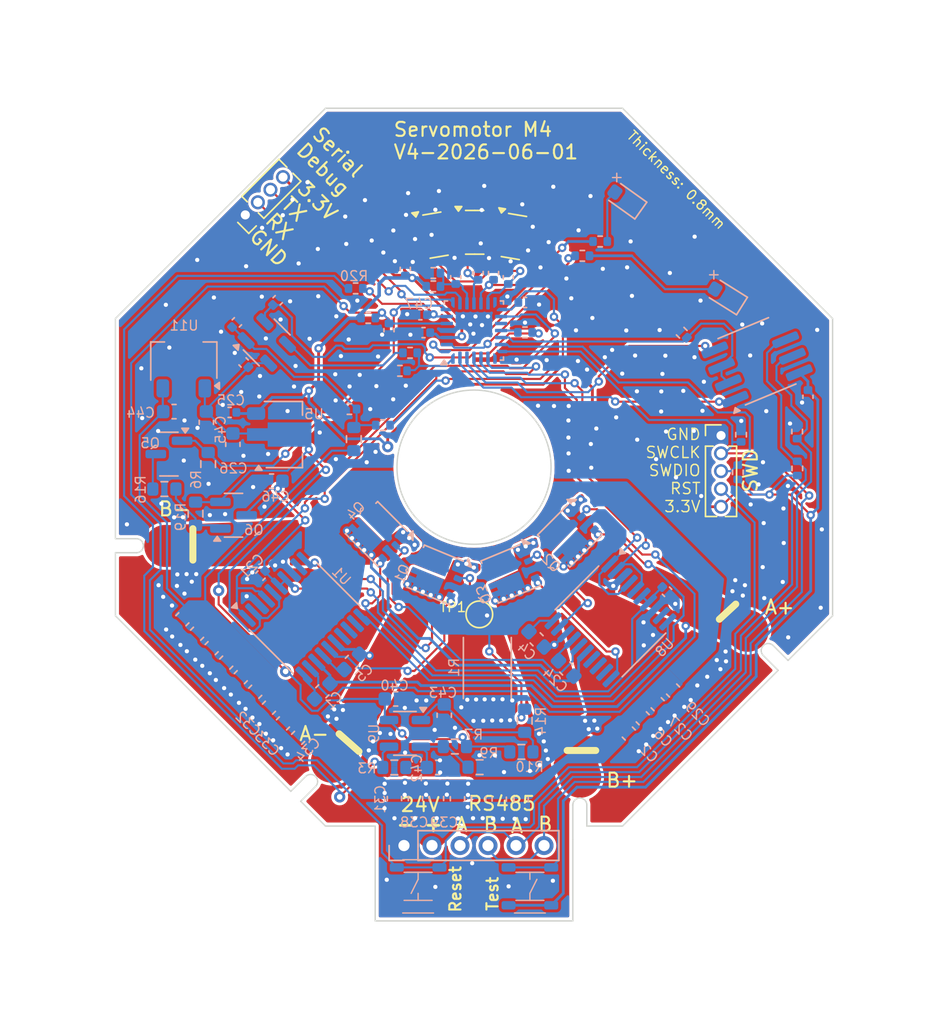
<source format=kicad_pcb>
(kicad_pcb (version 20240108) (generator "pcbnew") (generator_version "8.0")
  (title_block (title "Servomotor M4") (date "2024-09-23") (rev "V4"))
  (layers (0 "F.Cu" signal) (31 "B.Cu" signal) (34 "B.Paste" user) (35 "F.Paste" user) (36 "B.SilkS" user "B.Silkscreen") (37 "F.SilkS" user "F.Silkscreen") (38 "B.Mask" user) (39 "F.Mask" user) (44 "Edge.Cuts" user))
  (net 0 "")
  (net 1 "GND")
  (net 2 "/index/schTop/RS485_B")
  (net 3 "+24V")
  (net 4 "/index/schTop/RS485_A")
  (net 5 "+3.3V")
  (net 6 "/index/schTop/HALL1")
  (net 7 "/index/schTop/HALL2")
  (net 8 "/index/schTop/HALL3")
  (net 9 "/index/schTop/TEMPERATURE")
  (net 10 "/index/schTop/UART2 RX")
  (net 11 "/index/schTop/UART2 TX")
  (net 12 "/index/schTop/SWCLK")
  (net 13 "/index/schTop/SWDIO")
  (net 14 "/index/schTop/LED_GREEN")
  (net 15 "/index/schTop/LED_RED")
  (net 16 "/index/schTop/RS485_EN")
  (net 17 "/index/schTop/RS485_D")
  (net 18 "/index/schTop/RS485_R")
  (net 19 "unconnected-(D1-A-Pad2)")
  (net 20 "unconnected-(D2-A-Pad2)")
  (net 21 "Net-(U3--)")
  (net 22 "Net-(R8-Pad2)")
  (net 23 "Net-(U3-+)")
  (net 24 "/index/schTop/MEASURE_24V")
  (net 25 "/index/schTop/OVERVOLTAGE")
  (net 26 "Net-(U1-VB1)")
  (net 27 "/index/schTop/A+")
  (net 28 "/index/schTop/~{MCU_RESET}")
  (net 29 "/index/schTop/DRIVER_VCC")
  (net 30 "/index/schTop/B+")
  (net 31 "Net-(U8-VB1)")
  (net 32 "Net-(U1-VB2)")
  (net 33 "/index/schTop/A-")
  (net 34 "+10V")
  (net 35 "/index/schTop/B-")
  (net 36 "Net-(U8-VB2)")
  (net 37 "Net-(U9--)")
  (net 38 "Net-(U9-+)")
  (net 39 "/index/schTop/I_SENSE")
  (net 40 "Net-(Q1A-G1)")
  (net 41 "Net-(Q1B-G2)")
  (net 42 "Net-(Q2B-G2)")
  (net 43 "Net-(Q2A-G1)")
  (net 44 "Net-(Q3B-G2)")
  (net 45 "Net-(Q3A-G1)")
  (net 46 "Net-(Q4A-G1)")
  (net 47 "Net-(Q4B-G2)")
  (net 48 "/index/schTop/MOSFET_ENABLE")
  (net 49 "Net-(Q5-C)")
  (net 50 "Net-(Q6-B)")
  (net 51 "/index/schTop/I_AMPLIFIED")
  (net 52 "/index/schTop/TIM1_CH4")
  (net 55 "/index/schTop/TIM1_CH2")
  (net 56 "/index/schTop/TIM1_CH1")
  (net 59 "/index/schTop/TIM3_CH2")
  (net 63 "/index/schTop/TIM3_CH1")
  (net 68 "Net-(U2-PA0)")
  (footprint "servo_motor:Pad_3mm_TopOnly" (layer "F.Cu") (at 139.4 114.26)
    (property "Reference" "J5" (hide yes))
    (property "Value" "Conn_01x01_Socket")
  )
  (footprint "servo_motor:Pad_3mm_TopOnly" (layer "F.Cu") (at 169.08 104.92)
    (property "Reference" "J8" (hide yes))
    (property "Value" "Conn_01x01_Socket" (hide yes))
  )
  (footprint "Package_TO_SOT_SMD:SOT-23" (layer "F.Cu") (at 149.6 76.5)
    (property "Reference" "U7" (hide yes))
    (property "Value" "AH49HSC")
  )
  (footprint "Package_TO_SOT_SMD:SOT-23" (layer "F.Cu") (at 146.8 76.7 9.6)
    (property "Reference" "U4" (hide yes))
    (property "Value" "AH49HSC")
  )
  (footprint "servo_motor:Pad_3mm_TopOnly" (layer "F.Cu") (at 157.13 115.33)
    (property "Reference" "J3" (hide yes))
    (property "Value" "Conn_01x01_Socket" (hide yes))
  )
  (footprint "Connector_PinHeader_1.27mm:PinHeader_1x05_P1.27mm_Vertical" (layer "F.Cu") (at 167.185001 90.995)
    (property "Reference" "J2" (hide yes))
    (property "Value" "01x05 male P=1.27mm")
  )
  (footprint "Connector_PinHeader_1.27mm:PinHeader_1x04_P1.27mm_Vertical" (layer "F.Cu") (at 133.221974 75.258026 135)
    (property "Reference" "J1" (hide yes))
    (property "Value" "01x04 male P=1.27mm")
  )
  (footprint "TestPoint:TestPoint_Pad_D1.5mm" (layer "F.Cu") (at 149.93 103.75)
    (property "Reference" "TP1")
    (property "Value" "TestPoint")
  )
  (footprint "servo_motor:Pad_3mm_TopOnly" (layer "F.Cu") (at 127.51 98.87)
    (property "Reference" "J6" (hide yes))
    (property "Value" "Conn_01x01_Socket" (hide yes))
  )
  (footprint "Package_TO_SOT_SMD:SOT-23" (layer "F.Cu") (at 152.4 76.8 -9.6)
    (property "Reference" "U6" (hide yes))
    (property "Value" "AH49HSC")
  )
  (footprint "Package_DFN_QFN:QFN-28_4x4mm_P0.5mm" (layer "B.Cu") (at 149.545 83.505)
    (property "Reference" "U2" (hide yes))
    (property "Value" "STM32G031G8Ux")
  )
  (footprint "servo_motor:TS3735PA-250gf" (layer "B.Cu") (at 145.56 123.15 -90)
    (property "Reference" "SW2" (hide yes))
    (property "Value" "TS3735PA-250gf")
  )
  (footprint "Capacitor_SMD:C_0603_1608Metric" (layer "B.Cu") (at 128.1375 89.289999)
    (property "Reference" "C44")
    (property "Value" "100nF")
  )
  (footprint "Capacitor_SMD:C_0603_1608Metric" (layer "B.Cu") (at 133.93 109.27 -135)
    (property "Reference" "C7" (hide yes))
    (property "Value" "10uF")
  )
  (footprint "Capacitor_SMD:C_0603_1608Metric" (layer "B.Cu") (at 160.6 112.25 -45)
    (property "Reference" "C2")
    (property "Value" "10uF")
  )
  (footprint "Package_TO_SOT_SMD:SOT-23" (layer "B.Cu") (at 132.38 96.68)
    (property "Reference" "Q6")
    (property "Value" "SS8550 Y2")
  )
  (footprint "Capacitor_SMD:C_0603_1608Metric" (layer "B.Cu") (at 161.595576 111.161558 -45)
    (property "Reference" "C6")
    (property "Value" "10uF")
  )
  (footprint "Capacitor_SMD:C_0603_1608Metric" (layer "B.Cu") (at 132.9 108.23 -135)
    (property "Reference" "C14" (hide yes))
    (property "Value" "10uF")
  )
  (footprint "Package_TO_SOT_SMD:SOT-23-5" (layer "B.Cu") (at 144.62 112.2375 180)
    (property "Reference" "U9")
    (property "Value" "LM321")
  )
  (footprint "Resistor_SMD:R_0402_1005Metric" (layer "B.Cu") (at 146.645 80.355 180)
    (property "Reference" "R29" (hide yes))
    (property "Value" "4.7k")
  )
  (footprint "Capacitor_SMD:C_0603_1608Metric" (layer "B.Cu") (at 151.35 116.93 -90)
    (property "Reference" "C16" (hide yes))
    (property "Value" "10uF")
  )
  (footprint "Package_TO_SOT_SMD:SOT-89-3" (layer "B.Cu") (at 128.832499 85.68 90)
    (property "Reference" "U11")
    (property "Value" "L78L10_SOT89")
  )
  (footprint "Resistor_SMD:R_0402_1005Metric" (layer "B.Cu") (at 168.615001 90.935001 -90)
    (property "Reference" "R4" (hide yes))
    (property "Value" "10k")
  )
  (footprint "Resistor_SMD:R_0603_1608Metric" (layer "B.Cu") (at 143.86 114.67 180)
    (property "Reference" "R3")
    (property "Value" "33K")
  )
  (footprint "Capacitor_SMD:C_0603_1608Metric" (layer "B.Cu") (at 143.96 109.78)
    (property "Reference" "C40")
    (property "Value" "1uF")
  )
  (footprint "Capacitor_SMD:C_0603_1608Metric" (layer "B.Cu") (at 130.4425 90.055 -90)
    (property "Reference" "C45")
    (property "Value" "1uF")
  )
  (footprint "Capacitor_SMD:C_0402_1005Metric" (layer "B.Cu") (at 134.3 100.99 -135)
    (property "Reference" "C21")
    (property "Value" "100nF")
  )
  (footprint "Resistor_SMD:R_0603_1608Metric" (layer "B.Cu") (at 149.95 114.65 180)
    (property "Reference" "R9")
    (property "Value" "10K")
  )
  (footprint "Resistor_SMD:R_0402_1005Metric" (layer "B.Cu") (at 144.26 86.38)
    (property "Reference" "R23" (hide yes))
    (property "Value" "10k")
  )
  (footprint "Package_SON:Diodes_PowerDI3333-8_UXC_3.3x3.3mm_P0.65mm" (layer "B.Cu") (at 142.67 98 135)
    (property "Reference" "Q4")
    (property "Value" "AGM412MAP")
  )
  (footprint "Capacitor_SMD:C_0603_1608Metric" (layer "B.Cu") (at 138.72 109.24 45)
    (property "Reference" "C1")
    (property "Value" "10uF")
  )
  (footprint "Resistor_SMD:R_0402_1005Metric" (layer "B.Cu") (at 144.985 85.095 180)
    (property "Reference" "R8" (hide yes))
    (property "Value" "1.5k")
  )
  (footprint "Capacitor_SMD:C_0603_1608Metric" (layer "B.Cu") (at 163.76 109.18 -45)
    (property "Reference" "C29")
    (property "Value" "10uF")
  )
  (footprint "Capacitor_SMD:C_0603_1608Metric" (layer "B.Cu") (at 135.1 94.25 180)
    (property "Reference" "C46")
    (property "Value" "4.7uF")
  )
  (footprint "Resistor_SMD:R_0402_1005Metric" (layer "B.Cu") (at 157.285 78.175)
    (property "Reference" "R11" (hide yes))
    (property "Value" "470R")
  )
  (footprint "Capacitor_SMD:C_0402_1005Metric" (layer "B.Cu") (at 132.62 82.92 45)
    (property "Reference" "C30" (hide yes))
    (property "Value" "100pF")
  )
  (footprint "Resistor_SMD:R_0603_1608Metric" (layer "B.Cu") (at 127.444999 94.81)
    (property "Reference" "R16")
    (property "Value" "10K")
  )
  (footprint "Resistor_SMD:R_0402_1005Metric" (layer "B.Cu") (at 168.385001 93.615001 -90)
    (property "Reference" "R5" (hide yes))
    (property "Value" "10k")
  )
  (footprint "Capacitor_SMD:C_0402_1005Metric" (layer "B.Cu") (at 173.39 88.23 90)
    (property "Reference" "C35" (hide yes))
    (property "Value" "100nF" (hide yes))
  )
  (footprint "Capacitor_SMD:C_0603_1608Metric" (layer "B.Cu") (at 140.83 107.14 45)
    (property "Reference" "C5")
    (property "Value" "10uF")
  )
  (footprint "Resistor_SMD:R_0603_1608Metric" (layer "B.Cu") (at 130.57 93.03 90)
    (property "Reference" "R6")
    (property "Value" "10K")
  )
  (footprint "Capacitor_SMD:C_0603_1608Metric" (layer "B.Cu") (at 146.96 114.6675)
    (property "Reference" "C42")
    (property "Value" "NC")
  )
  (footprint "Capacitor_SMD:C_0402_1005Metric" (layer "B.Cu") (at 133.1 85.78 135)
    (property "Reference" "C22" (hide yes))
    (property "Value" "1uF")
  )
  (footprint "Package_TO_SOT_SMD:SOT-23-5" (layer "B.Cu") (at 134.755 84.355 -45)
    (property "Reference" "U3" (hide yes))
    (property "Value" "LM321")
  )
  (footprint "Capacitor_SMD:C_0603_1608Metric" (layer "B.Cu") (at 143.87 116.885 -90)
    (property "Reference" "C31")
    (property "Value" "10uF")
  )
  (footprint "Capacitor_SMD:C_0603_1608Metric" (layer "B.Cu") (at 156.13 107.61 -45)
    (property "Reference" "C24")
    (property "Value" "10uF")
  )
  (footprint "LED_SMD:LED_0603_1608Metric" (layer "B.Cu") (at 167.42 80.97 148)
    (property "Reference" "D2" (hide yes))
    (property "Value" "MHT192UGCT")
  )
  (footprint "Resistor_SMD:R_0402_1005Metric" (layer "B.Cu") (at 141.1 80.5)
    (property "Reference" "R20")
    (property "Value" "4.7K")
  )
  (footprint "Resistor_SMD:R_0603_1608Metric" (layer "B.Cu") (at 152.93 113.56 180)
    (property "Reference" "R10")
    (property "Value" "300K")
  )
  (footprint "Resistor_SMD:R_0402_1005Metric" (layer "B.Cu") (at 172.62 90.71 -90)
    (property "Reference" "R2" (hide yes))
    (property "Value" "10k")
  )
  (footprint "Resistor_SMD:R_0402_1005Metric" (layer "B.Cu") (at 141.995 82.605 180)
    (property "Reference" "R15" (hide yes))
    (property "Value" "10k")
  )
  (footprint "Capacitor_SMD:C_0402_1005Metric" (layer "B.Cu") (at 135.535 81.345 45)
    (property "Reference" "C28" (hide yes))
    (property "Value" "100nF" (hide yes))
  )
  (footprint "Capacitor_SMD:C_0402_1005Metric" (layer "B.Cu") (at 148.245 79.705 90)
    (property "Reference" "C41" (hide yes))
    (property "Value" "100nF" (hide yes))
  )
  (footprint "Capacitor_SMD:C_0402_1005Metric" (layer "B.Cu") (at 132.10375 89.345 180)
    (property "Reference" "C25")
    (property "Value" "4.7uF")
  )
  (footprint "Resistor_SMD:R_0603_1608Metric" (layer "B.Cu") (at 153.17 111.34 -90)
    (property "Reference" "R14")
    (property "Value" "10K")
  )
  (footprint "Package_SO:SOIC-8_3.9x4.9mm_P1.27mm" (layer "B.Cu") (at 169.75 85.7 22.5)
    (property "Reference" "U10" (hide yes))
    (property "Value" "SP3485EN")
  )
  (footprint "Connector_PinSocket_2.00mm:PinSocket_1x06_P2.00mm_Vertical" (layer "B.Cu") (at 144.55 120.24 -90)
    (property "Reference" "J4" (hide yes))
    (property "Value" "Conn_01x06_Socket")
  )
  (footprint "servo_motor:TS3735PA-250gf" (layer "B.Cu") (at 153.54 123.15 90)
    (property "Reference" "SW1" (hide yes))
    (property "Value" "TS3735PA-250gf")
  )
  (footprint "Resistor_SMD:R_0603_1608Metric" (layer "B.Cu") (at 140.97 91.25 90)
    (property "Reference" "R27" (hide yes))
    (property "Value" "18k")
  )
  (footprint "Capacitor_SMD:C_0603_1608Metric" (layer "B.Cu") (at 152.91 116.97 -90)
    (property "Reference" "C12" (hide yes))
    (property "Value" "10uF")
  )
  (footprint "Resistor_SMD:R_0402_1005Metric" (layer "B.Cu") (at 164.38 83.66 -45)
    (property "Reference" "R13" (hide yes))
    (property "Value" "10k")
  )
  (footprint "Resistor_SMD:R_0402_1005Metric" (layer "B.Cu") (at 143.045 90.255 180)
    (property "Reference" "R24" (hide yes))
    (property "Value" "10k")
  )
  (footprint "Capacitor_SMD:C_0402_1005Metric" (layer "B.Cu") (at 149.845 79.405 90)
    (property "Reference" "C17" (hide yes))
    (property "Value" "1nF")
  )
  (footprint "Package_SO:TSSOP-20_4.4x6.5mm_P0.65mm" (layer "B.Cu") (at 159.29 104.249268 -135)
    (property "Reference" "U8")
    (property "Value" "U5315")
  )
  (footprint "Capacitor_SMD:C_0402_1005Metric" (layer "B.Cu") (at 144.645 79.105 90)
    (property "Reference" "C9" (hide yes))
    (property "Value" "1uF")
  )
  (footprint "Resistor_SMD:R_2512_6332Metric" (layer "B.Cu") (at 150.5 107.58 90)
    (property "Reference" "R1")
    (property "Value" "10m")
  )
  (footprint "Resistor_SMD:R_0402_1005Metric" (layer "B.Cu") (at 158.555 77.155)
    (property "Reference" "R12" (hide yes))
    (property "Value" "1.5k")
  )
  (footprint "Resistor_SMD:R_0603_1608Metric" (layer "B.Cu") (at 148.185 113.1775)
    (property "Reference" "R7")
    (property "Value" "680K")
  )
  (footprint "Resistor_SMD:R_0603_1608Metric" (layer "B.Cu") (at 129.67 96.57 90)
    (property "Reference" "R19")
    (property "Value" "10K")
  )
  (footprint "Capacitor_SMD:C_0603_1608Metric" (layer "B.Cu") (at 146.87 116.885 -90)
    (property "Reference" "C39")
    (property "Value" "10uF")
  )
  (footprint "Capacitor_SMD:C_0402_1005Metric" (layer "B.Cu") (at 145.72 82.38 180)
    (property "Reference" "C47")
    (property "Value" "100pF")
  )
  (footprint "Package_SON:Diodes_PowerDI3333-8_UXC_3.3x3.3mm_P0.65mm" (layer "B.Cu") (at 152.17 100.82 -157.5)
    (property "Reference" "Q3")
    (property "Value" "AGM412MAP")
  )
  (footprint "Capacitor_SMD:C_0603_1608Metric" (layer "B.Cu") (at 134.911992 110.408008 -135)
    (property "Reference" "C32")
    (property "Value" "10uF")
  )
  (footprint "Capacitor_SMD:C_0603_1608Metric" (layer "B.Cu") (at 132.333751 91.624999 -90)
    (property "Reference" "C26")
    (property "Value" "10uF")
  )
  (footprint "Resistor_SMD:R_0402_1005Metric" (layer "B.Cu") (at 140.655 89.105 180)
    (property "Reference" "R26" (hide yes))
    (property "Value" "1.5k")
  )
  (footprint "Package_SO:TSSOP-20_4.4x6.5mm_P0.65mm" (layer "B.Cu") (at 137.45 103.99 -45)
    (property "Reference" "U1")
    (property "Value" "U5315")
  )
  (footprint "Capacitor_SMD:C_0603_1608Metric" (layer "B.Cu") (at 162.66 110.16 -45)
    (property "Reference" "C27")
    (property "Value" "10uF")
  )
  (footprint "Package_TO_SOT_SMD:SOT-23" (layer "B.Cu") (at 127.77 92.3175 180)
    (property "Reference" "Q5")
    (property "Value" "MMBT3904")
  )
  (footprint "Capacitor_SMD:C_0402_1005Metric" (layer "B.Cu") (at 153.195 81.505)
    (property "Reference" "C36" (hide yes))
    (property "Value" "100nF" (hide yes))
  )
  (footprint "Capacitor_SMD:C_0603_1608Metric" (layer "B.Cu") (at 130.82 106.16 -135)
    (property "Reference" "C15" (hide yes))
    (property "Value" "10uF")
  )
  (footprint "Resistor_SMD:R_0402_1005Metric" (layer "B.Cu") (at 146.645 79.405 180)
    (property "Reference" "TH1" (hide yes))
    (property "Value" "100k 1% NTC")
  )
  (footprint "Capacitor_SMD:C_0603_1608Metric" (layer "B.Cu") (at 147.425 110.9475 -90)
    (property "Reference" "C43")
    (property "Value" "100pF")
  )
  (footprint "Capacitor_SMD:C_0603_1608Metric" (layer "B.Cu") (at 148.37 116.9 -90)
    (property "Reference" "C8" (hide yes))
    (property "Value" "10uF")
  )
  (footprint "Capacitor_SMD:C_0603_1608Metric" (layer "B.Cu") (at 154.02 105.53 -45)
    (property "Reference" "C4")
    (property "Value" "10uF")
  )
  (footprint "Capacitor_SMD:C_0603_1608Metric" (layer "B.Cu") (at 149.87 116.9 -90)
    (property "Reference" "C13" (hide yes))
    (property "Value" "10uF")
  )
  (footprint "Capacitor_SMD:C_0603_1608Metric" (layer "B.Cu") (at 136.991992 112.558008 -135)
    (property "Reference" "C34")
    (property "Value" "10uF")
  )
  (footprint "Capacitor_SMD:C_0402_1005Metric" (layer "B.Cu") (at 163.33 102.14 -45)
    (property "Reference" "C3" (hide yes))
    (property "Value" "100nF" (hide yes))
  )
  (footprint "Capacitor_SMD:C_0402_1005Metric" (layer "B.Cu") (at 150.945 79.405 90)
    (property "Reference" "C20" (hide yes))
    (property "Value" "1nF" (hide yes))
  )
  (footprint "Capacitor_SMD:C_0402_1005Metric" (layer "B.Cu") (at 145.945 83.655 180)
    (property "Reference" "C37" (hide yes))
    (property "Value" "100nF" (hide yes))
  )
  (footprint "Package_SON:Diodes_PowerDI3333-8_UXC_3.3x3.3mm_P0.65mm" (layer "B.Cu") (at 156.39 98.08 -135)
    (property "Reference" "Q2")
    (property "Value" "AGM412MAP")
  )
  (footprint "Capacitor_SMD:C_0603_1608Metric" (layer "B.Cu") (at 129.78 105.13 -135)
    (property "Reference" "C10" (hide yes))
    (property "Value" "10uF")
  )
  (footprint "Capacitor_SMD:C_0603_1608Metric" (layer "B.Cu") (at 135.911992 111.528008 -135)
    (property "Reference" "C33")
    (property "Value" "10uF")
  )
  (footprint "Capacitor_SMD:C_0603_1608Metric" (layer "B.Cu") (at 128.73 104.1 -135)
    (property "Reference" "C11" (hide yes))
    (property "Value" "10uF")
  )
  (footprint "LED_SMD:LED_0603_1608Metric" (layer "B.Cu") (at 160.25 74.09 144.5)
    (property "Reference" "D1" (hide yes))
    (property "Value" "KT-0603R")
  )
  (footprint "Capacitor_SMD:C_0402_1005Metric" (layer "B.Cu") (at 151.995 79.705 90)
    (property "Reference" "C23" (hide yes))
    (property "Value" "1nF")
  )
  (footprint "Package_TO_SOT_SMD:SOT-89-3" (layer "B.Cu") (at 135.943749 90.924999)
    (property "Reference" "U5")
    (property "Value" "GM7333")
  )
  (footprint "Resistor_SMD:R_0402_1005Metric" (layer "B.Cu") (at 172.63 93.34 -90)
    (property "Reference" "R17" (hide yes))
    (property "Value" "10k")
  )
  (footprint "Capacitor_SMD:C_0603_1608Metric" (layer "B.Cu") (at 145.37 116.885 -90)
    (property "Reference" "C38")
    (property "Value" "10uF")
  )
  (footprint "Capacitor_SMD:C_0603_1608Metric" (layer "B.Cu") (at 131.86 107.19 -135)
    (property "Reference" "C19" (hide yes))
    (property "Value" "10uF")
  )
  (footprint "Resistor_SMD:R_0402_1005Metric" (layer "B.Cu") (at 153.19 83.64)
    (property "Reference" "R25" (hide yes))
    (property "Value" "10k")
  )
  (footprint "Package_SON:Diodes_PowerDI3333-8_UXC_3.3x3.3mm_P0.65mm" (layer "B.Cu") (at 146.89 100.93 157.5)
    (property "Reference" "Q1")
    (property "Value" "AGM412MAP")
  )
  (footprint "Capacitor_SMD:C_0402_1005Metric" (layer "B.Cu") (at 143.48 83.48 -90)
    (property "Reference" "C18" (hide yes))
    (property "Value" "100nF" (hide yes))
  )
  (gr_line (start 167.065 104.1) (end 168.235 103.02) (stroke (width 0.5)) (layer "F.SilkS"))
  (gr_line (start 139.92 112.27) (end 141.34 113.53) (stroke (width 0.5)) (layer "F.SilkS"))
  (gr_line (start 156.2 113.46) (end 158.24 113.46) (stroke (width 0.5)) (layer "F.SilkS"))
  (gr_line (start 129.48 97.64) (end 129.48 99.88) (stroke (width 0.5)) (layer "F.SilkS"))
  (gr_line (start 123.95 82.646133) (end 138.946133 67.65) (stroke (width 0.1)) (layer "Edge.Cuts"))
  (gr_line (start 157.603867 117.35) (end 157.603867 118.85) (stroke (width 0.1)) (layer "Edge.Cuts"))
  (gr_line (start 123.95 98.353867) (end 123.95 82.646133) (stroke (width 0.1)) (layer "Edge.Cuts"))
  (gr_line (start 142.495 125.61631) (end 156.603867 125.61631) (stroke (width 0.1)) (layer "Edge.Cuts"))
  (gr_line (start 125.449989 99.353867) (end 123.95 99.353867) (stroke (width 0.1)) (layer "Edge.Cuts"))
  (gr_line (start 160.153867 118.85) (end 157.603867 118.85) (stroke (width 0.1)) (layer "Edge.Cuts"))
  (gr_arc (start 156.603867 117.350045) (mid 156.750312 116.996484) (end 157.103867 116.85) (stroke (width 0.1)) (layer "Edge.Cuts"))
  (gr_arc (start 125.449989 98.353867) (mid 125.80357 98.500309) (end 125.95 98.853867) (stroke (width 0.1)) (layer "Edge.Cuts"))
  (gr_line (start 138.946133 118.85) (end 137.178366 117.082233) (stroke (width 0.1)) (layer "Edge.Cuts"))
  (gr_line (start 142.495 118.85) (end 138.946133 118.85) (stroke (width 0.1)) (layer "Edge.Cuts"))
  (gr_line (start 171.260913 107.742955) (end 160.153867 118.85) (stroke (width 0.1)) (layer "Edge.Cuts"))
  (gr_line (start 138.946133 67.65) (end 160.153867 67.65) (stroke (width 0.1)) (layer "Edge.Cuts"))
  (gr_arc (start 137.531918 115.314467) (mid 137.885477 115.168015) (end 138.239026 115.314466) (stroke (width 0.1)) (layer "Edge.Cuts"))
  (gr_arc (start 170.200252 105.975188) (mid 170.553799 105.828754) (end 170.907357 105.975186) (stroke (width 0.1)) (layer "Edge.Cuts"))
  (gr_arc (start 125.95 98.853867) (mid 125.803542 99.207414) (end 125.449989 99.353856) (stroke (width 0.1)) (layer "Edge.Cuts"))
  (gr_line (start 142.495 118.85) (end 142.495 125.61631) (stroke (width 0.1)) (layer "Edge.Cuts"))
  (gr_line (start 175.15 82.646133) (end 175.15 103.853867) (stroke (width 0.1)) (layer "Edge.Cuts"))
  (gr_line (start 156.603867 119.794345) (end 156.603867 125.61631) (stroke (width 0.1)) (layer "Edge.Cuts"))
  (gr_line (start 136.471259 116.375126) (end 123.95 103.853867) (stroke (width 0.1)) (layer "Edge.Cuts"))
  (gr_line (start 170.907357 105.975186) (end 171.968019 107.035848) (stroke (width 0.1)) (layer "Edge.Cuts"))
  (gr_line (start 171.260913 107.742955) (end 170.200246 106.682288) (stroke (width 0.1)) (layer "Edge.Cuts"))
  (gr_line (start 175.15 103.853867) (end 171.968019 107.035848) (stroke (width 0.1)) (layer "Edge.Cuts"))
  (gr_circle (center 149.55 93.25) (end 155.05 93.25) (stroke (width 0.1)) (fill none) (layer "Edge.Cuts"))
  (gr_arc (start 170.200246 106.682288) (mid 170.053804 106.328738) (end 170.200252 105.975188) (stroke (width 0.1)) (layer "Edge.Cuts"))
  (gr_arc (start 138.239026 115.314466) (mid 138.385486 115.664953) (end 138.243373 116.017226) (stroke (width 0.1)) (layer "Edge.Cuts"))
  (gr_line (start 125.449989 98.353867) (end 123.95 98.353867) (stroke (width 0.1)) (layer "Edge.Cuts"))
  (gr_arc (start 157.105 116.85) (mid 157.458562 116.996448) (end 157.605 117.35) (stroke (width 0.1)) (layer "Edge.Cuts"))
  (gr_line (start 123.95 103.853867) (end 123.95 99.353867) (stroke (width 0.1)) (layer "Edge.Cuts"))
  (gr_line (start 160.153867 67.65) (end 175.15 82.646133) (stroke (width 0.1)) (layer "Edge.Cuts"))
  (gr_line (start 156.603867 119.794345) (end 156.603867 117.350045) (stroke (width 0.1)) (layer "Edge.Cuts"))
  (gr_line (start 137.178366 117.082233) (end 138.243373 116.017226) (stroke (width 0.1)) (layer "Edge.Cuts"))
  (gr_line (start 137.531918 115.314467) (end 136.471259 116.375126) (stroke (width 0.1)) (layer "Edge.Cuts"))
  (gr_text "+" (at 166.11 79.94 0) (layer "B.SilkS") (effects (font (size 0.8 0.8) (thickness 0.1)) (justify left bottom)))
  (gr_text "+" (at 159.18 73 0) (layer "B.SilkS") (effects (font (size 0.8 0.8) (thickness 0.1)) (justify left bottom)))
  (gr_text "+" (at 145.9 119.31 0) (layer "F.SilkS") (effects (font (size 1 1) (thickness 0.2)) (justify left bottom)))
  (gr_text "Reset" (at 148.69 125.09 90) (layer "F.SilkS") (effects (font (size 0.8 0.8)) (justify left bottom)))
  (gr_text "3.3V\nTX\nRX\nGND" (at 133.320477 76.869523 -45) (layer "F.SilkS") (effects (font (size 1 1)) (justify left bottom)))
  (gr_text "B" (at 150.14 119.33 0) (layer "F.SilkS") (effects (font (size 1 1)) (justify left bottom)))
  (gr_text "Servomotor M4\n${REVISION}-${CURRENT_DATE}" (at 143.73 71.36 0) (layer "F.SilkS") (effects (font (size 1 1)) (justify left bottom)))
  (gr_text "RS485" (at 149.03 117.83 0) (layer "F.SilkS") (effects (font (size 1 1)) (justify left bottom)))
  (gr_text "SWD" (at 169.87 95.13 90) (layer "F.SilkS") (effects (font (size 1 1)) (justify left bottom)))
  (gr_text "-" (at 143.92 119.31 0) (layer "F.SilkS") (effects (font (size 1 1) (thickness 0.2)) (justify left bottom)))
  (gr_text "B" (at 154.04 119.31 0) (layer "F.SilkS") (effects (font (size 1 1)) (justify left bottom)))
  (gr_text "Thickness: 0.8mm" (at 160.32 69.67 -45) (layer "F.SilkS") (effects (font (size 0.7 0.7) (thickness 0.1)) (justify left bottom)))
  (gr_text "Test" (at 151.34 124.98 90) (layer "F.SilkS") (effects (font (size 0.8 0.8)) (justify left bottom)))
  (gr_text "A-" (at 136.99 112.85 0) (layer "F.SilkS") (effects (font (size 1 1)) (justify left bottom)))
  (gr_text "GND\nSWCLK\nSWDIO\nRST\n3.3V" (at 165.79 96.53 0) (layer "F.SilkS") (effects (font (size 0.8 0.8) (thickness 0.1)) (justify right bottom)))
  (gr_text "24V" (at 144.24 117.91 0) (layer "F.SilkS") (effects (font (size 1 1)) (justify left bottom)))
  (gr_text "B-" (at 126.95 96.82 0) (layer "F.SilkS") (effects (font (size 1 1)) (justify left bottom)))
  (gr_text "Serial\nDebug" (at 136.68 70.73 315) (layer "F.SilkS") (effects (font (size 1 1)) (justify left bottom)))
  (gr_text "A" (at 148.14 119.33 0) (layer "F.SilkS") (effects (font (size 1 1)) (justify left bottom)))
  (gr_text "B+" (at 158.9 116.17 0) (layer "F.SilkS") (effects (font (size 1 1)) (justify left bottom)))
  (gr_text "A+" (at 170.22 103.82 0) (layer "F.SilkS") (effects (font (size 1 1)) (justify left bottom)))
  (gr_text "A" (at 152.09 119.41 0) (layer "F.SilkS") (effects (font (size 1 1)) (justify left bottom)))
  (segment (start 151.8 76.8) (end 153.168025 76.8) (width 0.2) (layer "F.Cu") (net 1))
  (segment (start 151.5 76.5) (end 151.8 76.8) (width 0.2) (layer "F.Cu") (net 1))
  (segment (start 148.3 76.5) (end 151.5 76.5) (width 0.2) (layer "F.Cu") (net 1))
  (via (at 154.68 113.46) (size 0.6) (drill 0.3) (layers "F.Cu" "B.Cu") (net 1))
  (via (at 155.21 73.25) (size 0.6) (drill 0.3) (layers "F.Cu" "B.Cu") (net 1))
  (via (at 138.4 77.69) (size 0.6) (drill 0.3) (layers "F.Cu" "B.Cu") (net 1))
  (via (at 129.72 100.88) (size 0.6) (drill 0.3) (layers "F.Cu" "B.Cu") (net 1))
  (via (at 143.59 112.28) (size 0.6) (drill 0.3) (layers "F.Cu" "B.Cu") (net 1))
  (via (at 134.23 111.57) (size 0.6) (drill 0.3) (layers "F.Cu" "B.Cu") (net 1))
  (via (at 128 105.33) (size 0.6) (drill 0.3) (layers "F.Cu" "B.Cu") (net 1))
  (via (at 153.41 77.79) (size 0.6) (drill 0.3) (layers "F.Cu" "B.Cu") (net 1))
  (via (at 165.3 76.81) (size 0.6) (drill 0.3) (layers "F.Cu" "B.Cu") (net 1))
  (via (at 163.97 93.98) (size 0.6) (drill 0.3) (layers "F.Cu" "B.Cu") (net 1))
  (via (at 168.7 83.08) (size 0.6) (drill 0.3) (layers "F.Cu" "B.Cu") (net 1))
  (via (at 142.04 113.45) (size 0.6) (drill 0.3) (layers "F.Cu" "B.Cu") (net 1))
  (via (at 133.73 111.11) (size 0.6) (drill 0.3) (layers "F.Cu" "B.Cu") (net 1))
  (via (at 143.9 78.56) (size 0.6) (drill 0.3) (layers "F.Cu" "B.Cu") (net 1))
  (via (at 139.69 92.68) (size 0.6) (drill 0.3) (layers "F.Cu" "B.Cu") (net 1))
  (via (at 170.27 102.59) (size 0.6) (drill 0.3) (layers "F.Cu" "B.Cu") (net 1))
  (via (at 124.77 97.33) (size 0.6) (drill 0.3) (layers "F.Cu" "B.Cu") (net 1))
  (via (at 133.28 78.92) (size 0.6) (drill 0.3) (layers "F.Cu" "B.Cu") (net 1))
  (via (at 150.17 118.29) (size 0.6) (drill 0.3) (layers "F.Cu" "B.Cu") (net 1))
  (via (at 142.7 85.36) (size 0.6) (drill 0.3) (layers "F.Cu" "B.Cu") (net 1))
  (via (at 125.86 89.75) (size 0.6) (drill 0.3) (layers "F.Cu" "B.Cu") (net 1))
  (via (at 132.47 85.1) (size 0.6) (drill 0.3) (layers "F.Cu" "B.Cu") (net 1))
  (via (at 136.24 113.74) (size 0.6) (drill 0.3) (layers "F.Cu" "B.Cu") (net 1))
  (via (at 136.59 74.17) (size 0.6) (drill 0.3) (layers "F.Cu" "B.Cu") (net 1))
  (via (at 134.85 92.31) (size 0.6) (drill 0.3) (layers "F.Cu" "B.Cu") (net 1))
  (via (at 146.79 123.19) (size 0.6) (drill 0.3) (layers "F.Cu" "B.Cu") (net 1))
  (via (at 151.69 115) (size 0.6) (drill 0.3) (layers "F.Cu" "B.Cu") (net 1))
  (via (at 149.51 83.73) (size 0.6) (drill 0.3) (layers "F.Cu" "B.Cu") (net 1))
  (via (at 137.03 78.72) (size 0.6) (drill 0.3) (layers "F.Cu" "B.Cu") (net 1))
  (via (at 149.655 82.505) (size 0.6) (drill 0.3) (layers "F.Cu" "B.Cu") (net 1))
  (via (at 163.53 79.4) (size 0.6) (drill 0.3) (layers "F.Cu" "B.Cu") (net 1))
  (via (at 152.45 118.33) (size 0.6) (drill 0.3) (layers "F.Cu" "B.Cu") (net 1))
  (via (at 150.12 83.12) (size 0.6) (drill 0.3) (layers "F.Cu" "B.Cu") (net 1))
  (via (at 163.21 85.3) (size 0.6) (drill 0.3) (layers "F.Cu" "B.Cu") (net 1))
  (via (at 144.61 110.42) (size 0.6) (drill 0.3) (layers "F.Cu" "B.Cu") (net 1))
  (via (at 170.16 100.38) (size 0.6) (drill 0.3) (layers "F.Cu" "B.Cu") (net 1))
  (via (at 143.076917 77.943083) (size 0.6) (drill 0.3) (layers "F.Cu" "B.Cu") (net 1))
  (via (at 131.61 88.81) (size 0.6) (drill 0.3) (layers "F.Cu" "B.Cu") (net 1))
  (via (at 150.28 73.19) (size 0.6) (drill 0.3) (layers "F.Cu" "B.Cu") (net 1))
  (via (at 166.2 108.2) (size 0.6) (drill 0.3) (layers "F.Cu" "B.Cu") (net 1))
  (via (at 132.77 110.06) (size 0.6) (drill 0.3) (layers "F.Cu" "B.Cu") (net 1))
  (via (at 129.4 101.42) (size 0.6) (drill 0.3) (layers "F.Cu" "B.Cu") (net 1))
  (via (at 160.73 77.15) (size 0.6) (drill 0.3) (layers "F.Cu" "B.Cu") (net 1))
  (via (at 136.81 86.03) (size 0.6) (drill 0.3) (layers "F.Cu" "B.Cu") (net 1))
  (via (at 145.34 76.98) (size 0.6) (drill 0.3) (layers "F.Cu" "B.Cu") (net 1))
  (via (at 162.86 111.92) (size 0.6) (drill 0.3) (layers "F.Cu" "B.Cu") (net 1))
  (via (at 151.6 118.33) (size 0.6) (drill 0.3) (layers "F.Cu" "B.Cu") (net 1))
  (via (at 162.92 87.85) (size 0.6) (drill 0.3) (layers "F.Cu" "B.Cu") (net 1))
  (via (at 153.19 82.94) (size 0.6) (drill 0.3) (layers "F.Cu" "B.Cu") (net 1))
  (via (at 139.645 86.625) (size 0.6) (drill 0.3) (layers "F.Cu" "B.Cu") (net 1))
  (via (at 150.31 109.81) (size 0.6) (drill 0.3) (layers "F.Cu" "B.Cu") (net 1))
  (via (at 128.59 105.93) (size 0.6) (drill 0.3) (layers "F.Cu" "B.Cu") (net 1))
  (via (at 170.12 83) (size 0.6) (drill 0.3) (layers "F.Cu" "B.Cu") (net 1))
  (via (at 152.02 123.15) (size 0.6) (drill 0.3) (layers "F.Cu" "B.Cu") (net 1))
  (via (at 157.48 111.34) (size 0.6) (drill 0.3) (layers "F.Cu" "B.Cu") (net 1))
  (via (at 151.584741 109.805) (size 0.6) (drill 0.3) (layers "F.Cu" "B.Cu") (net 1))
  (via (at 161.18 87.84) (size 0.6) (drill 0.3) (layers "F.Cu" "B.Cu") (net 1))
  (via (at 150.91 118.31) (size 0.6) (drill 0.3) (layers "F.Cu" "B.Cu") (net 1))
  (via (at 129.79 78.47) (size 0.6) (drill 0.3) (layers "F.Cu" "B.Cu") (net 1))
  (via (at 165.24 90.66) (size 0.6) (drill 0.3) (layers "F.Cu" "B.Cu") (net 1))
  (via (at 132.93 87.89) (size 0.6) (drill 0.3) (layers "F.Cu" "B.Cu") (net 1))
  (via (at 133.32 102.46) (size 0.6) (drill 0.3) (layers "F.Cu" "B.Cu") (net 1))
  (via (at 174.38 97.69) (size 0.6) (drill 0.3) (layers "F.Cu" "B.Cu") (net 1))
  (via (at 163 86.6) (size 0.6) (drill 0.3) (layers "F.Cu" "B.Cu") (net 1))
  (via (at 148.755 82.495) (size 0.6) (drill 0.3) (layers "F.Cu" "B.Cu") (net 1))
  (via (at 165.72 81.37) (size 0.6) (drill 0.3) (layers "F.Cu" "B.Cu") (net 1))
  (via (at 129.03 100.88) (size 0.6) (drill 0.3) (layers "F.Cu" "B.Cu") (net 1))
  (via (at 150.21 111.34) (size 0.6) (drill 0.3) (layers "F.Cu" "B.Cu") (net 1))
  (via (at 158.745 79.105) (size 0.6) (drill 0.3) (layers "F.Cu" "B.Cu") (net 1))
  (via (at 150.93 109.81) (size 0.6) (drill 0.3) (layers "F.Cu" "B.Cu") (net 1))
  (via (at 171.96 94.59) (size 0.6) (drill 0.3) (layers "F.Cu" "B.Cu") (net 1))
  (via (at 138.534935 90.781056) (size 0.6) (drill 0.3) (layers "F.Cu" "B.Cu") (net 1))
  (via (at 127.03 101.67) (size 0.6) (drill 0.3) (layers "F.Cu" "B.Cu") (net 1))
  (via (at 130.98 81.15) (size 0.6) (drill 0.3) (layers "F.Cu" "B.Cu") (net 1))
  (via (at 157.865 73.915) (size 0.6) (drill 0.3) (layers "F.Cu" "B.Cu") (net 1))
  (via (at 142.99 83.8) (size 0.6) (drill 0.3) (layers "F.Cu" "B.Cu") (net 1))
  (via (at 130.69 107.95) (size 0.6) (drill 0.3) (layers "F.Cu" "B.Cu") (net 1))
  (via (at 165.96 87.16) (size 0.6) (drill 0.3) (layers "F.Cu" "B.Cu") (net 1))
  (via (at 139.569945 110.524765) (size 0.6) (drill 0.3) (layers "F.Cu" "B.Cu") (net 1))
  (via (at 150.545 82.505) (size 0.6) (drill 0.3) (layers "F.Cu" "B.Cu") (net 1))
  (via (at 127.57 104.83) (size 0.6) (drill 0.3) (layers "F.Cu" "B.Cu") (net 1))
  (via (at 149.7 109.82) (size 0.6) (drill 0.3) (layers "F.Cu" "B.Cu") (net 1))
  (via (at 143.87 118.29) (size 0.6) (drill 0.3) (layers "F.Cu" "B.Cu") (net 1))
  (via (at 145.009 83.805) (size 0.6) (drill 0.3) (layers "F.Cu" "B.Cu") (net 1))
  (via (at 134.69 112.26) (size 0.6) (drill 0.3) (layers "F.Cu" "B.Cu") (net 1))
  (via (at 148.64 110.38) (size 0.6) (drill 0.3) (layers "F.Cu" "B.Cu") (net 1))
  (via (at 129.65 106.98) (size 0.6) (drill 0.3) (layers "F.Cu" "B.Cu") (net 1))
  (via (at 135.78 113.29) (size 0.6) (drill 0.3) (layers "F.Cu" "B.Cu") (net 1))
  (via (at 131.71 109.01) (size 0.6) (drill 0.3) (layers "F.Cu" "B.Cu") (net 1))
  (via (at 144.68 87.44) (size 0.6) (drill 0.3) (layers "F.Cu" "B.Cu") (net 1))
  (via (at 133.24 110.49) (size 0.6) (drill 0.3) (layers "F.Cu" "B.Cu") (net 1))
  (via (at 150.85 111.32) (size 0.6) (drill 0.3) (layers "F.Cu" "B.Cu") (net 1))
  (via (at 130.6 94.44) (size 0.6) (drill 0.3) (layers "F.Cu" "B.Cu") (net 1))
  (via (at 152.59 85.58) (size 0.6) (drill 0.3) (layers "F.Cu" "B.Cu") (net 1))
  (via (at 149.42 121.5) (size 0.6) (drill 0.3) (layers "F.Cu" "B.Cu") (net 1))
  (via (at 147.13 115.03) (size 0.6) (drill 0.3) (layers "F.Cu" "B.Cu") (net 1))
  (via (at 128.88 102.27) (size 0.6) (drill 0.3) (layers "F.Cu" "B.Cu") (net 1))
  (via (at 134.59 96.07) (size 0.6) (drill 0.3) (layers "F.Cu" "B.Cu") (net 1))
  (via (at 134.22 88.21) (size 0.6) (drill 0.3) (layers "F.Cu" "B.Cu") (net 1))
  (via (at 161.84 113.03) (size 0.6) (drill 0.3) (layers "F.Cu" "B.Cu") (net 1))
  (via (at 161.67 105.96) (size 0.6) (drill 0.3) (layers "F.Cu" "B.Cu") (net 1))
  (via (at 170.23 97.24) (size 0.6) (drill 0.3) (layers "F.Cu" "B.Cu") (net 1))
  (via (at 156.495 81.205) (size 0.6) (drill 0.3) (layers "F.Cu" "B.Cu") (net 1))
  (via (at 168.2 101.31) (size 0.6) (drill 0.3) (layers "F.Cu" "B.Cu") (net 1))
  (via (at 144.845 73.705) (size 0.6) (drill 0.3) (layers "F.Cu" "B.Cu") (net 1))
  (via (at 151.04 113.81) (size 0.6) (drill 0.3) (layers "F.Cu" "B.Cu") (net 1))
  (via (at 151.93 81.08) (size 0.6) (drill 0.3) (layers "F.Cu" "B.Cu") (net 1))
  (via (at 142.245 77.085) (size 0.6) (drill 0.3) (layers "F.Cu" "B.Cu") (net 1))
  (via (at 130.15 107.42) (size 0.6) (drill 0.3) (layers "F.Cu" "B.Cu") (net 1))
  (via (at 129.81 90.45) (size 0.6) (drill 0.3) (layers "F.Cu" "B.Cu") (net 1))
  (via (at 171.64 96.2) (size 0.6) (drill 0.3) (layers "F.Cu" "B.Cu") (net 1))
  (via (at 141.22 81.37) (size 0.6) (drill 0.3) (layers "F.Cu" "B.Cu") (net 1))
  (via (at 134.4 81.09) (size 0.6) (drill 0.3) (layers "F.Cu" "B.Cu") (net 1))
  (via (at 158.281 90.495) (size 0.6) (drill 0.3) (layers "F.Cu" "B.Cu") (net 1))
  (via (at 154.82 114.07) (size 0.6) (drill 0.3) (layers "F.Cu" "B.Cu") (net 1))
  (via (at 136.7 87.5) (size 0.6) (drill 0.3) (layers "F.Cu" "B.Cu") (net 1))
  (via (at 169.86 94.48) (size 0.6) (drill 0.3) (layers "F.Cu" "B.Cu") (net 1))
  (via (at 165.77 95.31) (size 0.6) (drill 0.3) (layers "F.Cu" "B.Cu") (net 1))
  (via (at 145.175 78.615) (size 0.6) (drill 0.3) (layers "F.Cu" "B.Cu") (net 1))
  (via (at 131.12 108.43) (size 0.6) (drill 0.3) (layers "F.Cu" "B.Cu") (net 1))
  (via (at 130.69 96.67) (size 0.6) (drill 0.3) (layers "F.Cu" "B.Cu") (net 1))
  (via (at 135.35 100.26) (size 0.6) (drill 0.3) (layers "F.Cu" "B.Cu") (net 1))
  (via (at 140.605 84.144) (size 0.6) (drill 0.3) (layers "F.Cu" "B.Cu") (net 1))
  (via (at 162.8 83.47) (size 0.6) (drill 0.3) (layers "F.Cu" "B.Cu") (net 1))
  (via (at 171.59 101.44) (size 0.6) (drill 0.3) (layers "F.Cu" "B.Cu") (net 1))
  (via (at 125.8 86.2) (size 0.6) (drill 0.3) (layers "F.Cu" "B.Cu") (net 1))
  (via (at 134.42 76.18) (size 0.6) (drill 0.3) (layers "F.Cu" "B.Cu") (net 1))
  (via (at 145.34 118.29) (size 0.6) (drill 0.3) (layers "F.Cu" "B.Cu") (net 1))
  (via (at 135.21 112.73) (size 0.6) (drill 0.3) (layers "F.Cu" "B.Cu") (net 1))
  (via (at 128.34 101.72) (size 0.6) (drill 0.3) (layers "F.Cu" "B.Cu") (net 1))
  (via (at 159.49 101.72) (size 0.6) (drill 0.3) (layers "F.Cu" "B.Cu") (net 1))
  (via (at 171.66 98.66) (size 0.6) (drill 0.3) (layers "F.Cu" "B.Cu") (net 1))
  (via (at 149.94 113.8) (size 0.6) (drill 0.3) (layers "F.Cu" "B.Cu") (net 1))
  (via (at 158 82.61) (size 0.6) (drill 0.3) (layers "F.Cu" "B.Cu") (net 1))
  (via (at 147.12 114.16) (size 0.6) (drill 0.3) (layers "F.Cu" "B.Cu") (net 1))
  (via (at 145.45 109.89) (size 0.6) (drill 0.3) (layers "F.Cu" "B.Cu") (net 1))
  (via (at 142.83 112.21) (size 0.6) (drill 0.3) (layers "F.Cu" "B.Cu") (net 1))
  (via (at 152.12 111.3) (size 0.6) (drill 0.3) (layers "F.Cu" "B.Cu") (net 1))
  (via (at 152.28 109.89) (size 0.6) (drill 0.3) (layers "F.Cu" "B.Cu") (net 1))
  (via (at 157.89 91.6) (size 0.6) (drill 0.3) (layers "F.Cu" "B.Cu") (net 1))
  (via (at 134.27 86.75) (size 0.6) (drill 0.3) (layers "F.Cu" "B.Cu") (net 1))
  (via (at 133.720523 100.758431) (size 0.6) (drill 0.3) (layers "F.Cu" "B.Cu") (net 1))
  (via (at 160.13 86.58) (size 0.6) (drill 0.3) (layers "F.Cu" "B.Cu") (net 1))
  (via (at 148.19 111.84) (size 0.6) (drill 0.3) (layers "F.Cu" "B.Cu") (net 1))
  (via (at 144.78 82.34) (size 0.6) (drill 0.3) (layers "F.Cu" "B.Cu") (net 1))
  (via (at 132.19 109.47) (size 0.6) (drill 0.3) (layers "F.Cu" "B.Cu") (net 1))
  (via (at 141.39 86.67) (size 0.6) (drill 0.3) (layers "F.Cu" "B.Cu") (net 1))
  (via (at 128.88 89.92) (size 0.6) (drill 0.3) (layers "F.Cu" "B.Cu") (net 1))
  (via (at 155.26 88.89) (size 0.6) (drill 0.3) (layers "F.Cu" "B.Cu") (net 1))
  (via (at 136.42 81.42) (size 0.6) (drill 0.3) (layers "F.Cu" "B.Cu") (net 1))
  (via (at 143.79 76.37) (size 0.6) (drill 0.3) (layers "F.Cu" "B.Cu") (net 1))
  (via (at 127.36 102.5) (size 0.6) (drill 0.3) (layers "F.Cu" "B.Cu") (net 1))
  (via (at 171.98 105.39) (size 0.6) (drill 0.3) (layers "F.Cu" "B.Cu") (net 1))
  (via (at 149.07 109.84) (size 0.6) (drill 0.3) (layers "F.Cu" "B.Cu") (net 1))
  (via (at 168.628718 89.951872) (size 0.6) (drill 0.3) (layers "F.Cu" "B.Cu") (net 1))
  (via (at 148.16 78.32) (size 0.6) (drill 0.3) (layers "F.Cu" "B.Cu") (net 1))
  (via (at 154.295 79.005) (size 0.6) (drill 0.3) (layers "F.Cu" "B.Cu") (net 1))
  (via (at 140.192381 110.570036) (size 0.6) (drill 0.3) (layers "F.Cu" "B.Cu") (net 1))
  (via (at 127.55 81.67) (size 0.6) (drill 0.3) (layers "F.Cu" "B.Cu") (net 1))
  (via (at 156.3 92.27) (size 0.6) (drill 0.3) (layers "F.Cu" "B.Cu") (net 1))
  (via (at 127 90.67) (size 0.6) (drill 0.3) (layers "F.Cu" "B.Cu") (net 1))
  (via (at 168.74 102.41) (size 0.6) (drill 0.3) (layers "F.Cu" "B.Cu") (net 1))
  (via (at 151.49 111.32) (size 0.6) (drill 0.3) (layers "F.Cu" "B.Cu") (net 1))
  (via (at 143.78 88.41) (size 0.6) (drill 0.3) (layers "F.Cu" "B.Cu") (net 1))
  (via (at 127.799 84.72) (size 0.6) (drill 0.3) (layers "F.Cu" "B.Cu") (net 1))
  (via (at 167.14 107.66) (size 0.6) (drill 0.3) (layers "F.Cu" "B.Cu") (net 1))
  (via (at 149.51 111.35) (size 0.6) (drill 0.3) (layers "F.Cu" "B.Cu") (net 1))
  (via (at 141.89 92.9) (size 0.6) (drill 0.3) (layers "F.Cu" "B.Cu") (net 1))
  (via (at 137.81 84.09) (size 0.6) (drill 0.3) (layers "F.Cu" "B.Cu") (net 1))
  (via (at 154.88 77.2) (size 0.6) (drill 0.3) (layers "F.Cu" "B.Cu") (net 1))
  (via (at 162.55 92.68) (size 0.6) (drill 0.3) (layers "F.Cu" "B.Cu") (net 1))
  (via (at 172.11 90.14) (size 0.6) (drill 0.3) (layers "F.Cu" "B.Cu") (net 1))
  (via (at 157.92 93.29) (size 0.6) (drill 0.3) (layers "F.Cu" "B.Cu") (net 1))
  (via (at 156.31 93.51) (size 0.6) (drill 0.3) (layers "F.Cu" "B.Cu") (net 1))
  (via (at 129.05 106.38) (size 0.6) (drill 0.3) (layers "F.Cu" "B.Cu") (net 1))
  (via (at 167.51 106.4) (size 0.6) (drill 0.3) (layers "F.Cu" "B.Cu") (net 1))
  (via (at 135.9 75.28) (size 0.6) (drill 0.3) (layers "F.Cu" "B.Cu") (net 1))
  (via (at 158.14 111.33) (size 0.6) (drill 0.3) (layers "F.Cu" "B.Cu") (net 1))
  (via (at 133.78 94.67) (size 0.6) (drill 0.3) (layers "F.Cu" "B.Cu") (net 1))
  (via (at 165.02 109.86) (size 0.6) (drill 0.3) (layers "F.Cu" "B.Cu") (net 1))
  (via (at 149.1 117.49) (size 0.6) (drill 0.3) (layers "F.Cu" "B.Cu") (net 1))
  (via (at 170.18 92.9) (size 0.6) (drill 0.3) (layers "F.Cu" "B.Cu") (net 1))
  (via (at 140.665229 87.495229) (size 0.6) (drill 0.3) (layers "F.Cu" "B.Cu") (net 1))
  (via (at 167.54 107.1) (size 0.6) (drill 0.3) (layers "F.Cu" "B.Cu") (net 1))
  (via (at 156.31 88.89) (size 0.6) (drill 0.3) (layers "F.Cu" "B.Cu") (net 1))
  (via (at 159.7 89.7) (size 0.6) (drill 0.3) (layers "F.Cu" "B.Cu") (net 1))
  (via (at 140.43 77.33) (size 0.6) (drill 0.3) (layers "F.Cu" "B.Cu") (net 1))
  (via (at 163.26 90.71) (size 0.6) (drill 0.3) (layers "F.Cu" "B.Cu") (net 1))
  (via (at 146.89 118.29) (size 0.6) (drill 0.3) (layers "F.Cu" "B.Cu") (net 1))
  (via (at 161.2 91.29) (size 0.6) (drill 0.3) (layers "F.Cu" "B.Cu") (net 1))
  (via (at 168 102.1) (size 0.6) (drill 0.3) (layers "F.Cu" "B.Cu") (net 1))
  (via (at 146.14 109.89) (size 0.6) (drill 0.3) (layers "F.Cu" "B.Cu") (net 1))
  (via (at 156.29 89.92) (size 0.6) (drill 0.3) (layers "F.Cu" "B.Cu") (net 1))
  (via (at 149.48 118.29) (size 0.6) (drill 0.3) (layers "F.Cu" "B.Cu") (net 1))
  (via (at 135.74 82.72) (size 0.6) (drill 0.3) (layers "F.Cu" "B.Cu") (net 1))
  (via (at 150.1 74.91) (size 0.6) (drill 0.3) (layers "F.Cu" "B.Cu") (net 1))
  (via (at 154.53 112.81) (size 0.6) (drill 0.3) (layers "F.Cu" "B.Cu") (net 1))
  (via (at 142.34 112.81) (size 0.6) (drill 0.3) (layers "F.Cu" "B.Cu") (net 1))
  (via (at 147.045 73.555) (size 0.6) (drill 0.3) (layers "F.Cu" "B.Cu") (net 1))
  (via (at 150.62 78.34) (size 0.6) (drill 0.3) (layers "F.Cu" "B.Cu") (net 1))
  (via (at 164.49 87.81) (size 0.6) (drill 0.3) (layers "F.Cu" "B.Cu") (net 1))
  (via (at 157.62 86.29) (size 0.6) (drill 0.3) (layers "F.Cu" "B.Cu") (net 1))
  (via (at 154.12 88.87) (size 0.6) (drill 0.3) (layers "F.Cu" "B.Cu") (net 1))
  (via (at 160.825 81.035) (size 0.6) (drill 0.3) (layers "F.Cu" "B.Cu") (net 1))
  (via (at 141.765 74.205) (size 0.6) (drill 0.3) (layers "F.Cu" "B.Cu") (net 1))
  (via (at 128.14 96.83) (size 0.6) (drill 0.3) (layers "F.Cu" "B.Cu") (net 1))
  (via (at 140.355 75.375) (size 0.6) (drill 0.3) (layers "F.Cu" "B.Cu") (net 1))
  (via (at 157.74 111.94) (size 0.6) (drill 0.3) (layers "F.Cu" "B.Cu") (net 1))
  (via (at 160.42 83.5) (size 0.6) (drill 0.3) (layers "F.Cu" "B.Cu") (net 1))
  (via (at 152.995 74.505) (size 0.6) (drill 0.3) (layers "F.Cu" "B.Cu") (net 1))
  (via (at 163.87 110.97) (size 0.6) (drill 0.3) (layers "F.Cu" "B.Cu") (net 1))
  (via (at 158.35 111.9) (size 0.6) (drill 0.3) (layers "F.Cu" "B.Cu") (net 1))
  (via (at 144.695 75.255) (size 0.6) (drill 0.3) (layers "F.Cu" "B.Cu") (net 1))
  (via (at 131.49 83.59) (size 0.6) (drill 0.3) (layers "F.Cu" "B.Cu") (net 1))
  (via (at 136.24 89.25) (size 0.6) (drill 0.3) (layers "F.Cu" "B.Cu") (net 1))
  (via (at 157.015 76.355) (size 0.6) (drill 0.3) (layers "F.Cu" "B.Cu") (net 1))
  (via (at 174.3 103.28) (size 0.6) (drill 0.3) (layers "F.Cu" "B.Cu") (net 1))
  (via (at 153.54 114.92) (size 0.6) (drill 0.3) (layers "F.Cu" "B.Cu") (net 1))
  (via (at 127.23 95.85) (size 0.6) (drill 0.3) (layers "F.Cu" "B.Cu") (net 1))
  (via (at 139.732381 111.19876) (size 0.6) (drill 0.3) (layers "F.Cu" "B.Cu") (net 1))
  (via (at 143.32 122.68) (size 0.6) (drill 0.3) (layers "F.Cu" "B.Cu") (net 1))
  (via (at 162.91 89.28) (size 0.6) (drill 0.3) (layers "F.Cu" "B.Cu") (net 1))
  (via (at 165.29 85.41) (size 0.6) (drill 0.3) (layers "F.Cu" "B.Cu") (net 1))
  (via (at 153.24 118.36) (size 0.6) (drill 0.3) (layers "F.Cu" "B.Cu") (net 1))
  (via (at 166.88 107.01) (size 0.6) (drill 0.3) (layers "F.Cu" "B.Cu") (net 1))
  (via (at 133.09 92.44) (size 0.6) (drill 0.3) (layers "F.Cu" "B.Cu") (net 1))
  (via (at 153.745 76.105) (size 0.6) (drill 0.3) (layers "F.Cu" "B.Cu") (net 1))
  (via (at 128.77 96.82) (size 0.6) (drill 0.3) (layers "F.Cu" "B.Cu") (net 1))
  (via (at 161.31 113.51) (size 0.6) (drill 0.3) (layers "F.Cu" "B.Cu") (net 1))
  (via (at 154.735229 85.615229) (size 0.6) (drill 0.3) (layers "F.Cu" "B.Cu") (net 1))
  (via (at 172.97 88.64) (size 0.6) (drill 0.3) (layers "F.Cu" "B.Cu") (net 1))
  (via (at 156.29 91.14) (size 0.6) (drill 0.3) (layers "F.Cu" "B.Cu") (net 1))
  (via (at 127.99 103.12) (size 0.6) (drill 0.3) (layers "F.Cu" "B.Cu") (net 1))
  (via (at 168.89 101.67) (size 0.6) (drill 0.3) (layers "F.Cu" "B.Cu") (net 1))
  (via (at 144.63 113.61) (size 0.6) (drill 0.3) (layers "F.Cu" "B.Cu") (net 1))
  (via (at 169.3 95.91) (size 0.6) (drill 0.3) (layers "F.Cu" "B.Cu") (net 1))
  (via (at 142.52 92.16) (size 0.6) (drill 0.3) (layers "F.Cu" "B.Cu") (net 1))
  (via (at 142.58 87.47) (size 0.6) (drill 0.3) (layers "F.Cu" "B.Cu") (net 1))
  (via (at 142.14 89.11) (size 0.6) (drill 0.3) (layers "F.Cu" "B.Cu") (net 1))
  (via (at 133.35 101.23) (size 0.6) (drill 0.3) (layers "F.Cu" "B.Cu") (net 1))
  (via (at 154.19 112.27) (size 0.6) (drill 0.3) (layers "F.Cu" "B.Cu") (net 1))
  (via (at 162.33 105.22) (size 0.6) (drill 0.3) (layers "F.Cu" "B.Cu") (net 1))
  (via (at 158.89 85.41) (size 0.6) (drill 0.3) (layers "F.Cu" "B.Cu") (net 1))
  (via (at 163.92 103) (size 0.6) (drill 0.3) (layers "F.Cu" "B.Cu") (net 1))
  (via (at 156.83 83.49) (size 0.6) (drill 0.3) (layers "F.Cu" "B.Cu") (net 1))
  (via (at 165.86 89.23) (size 0.6) (drill 0.3) (layers "F.Cu" "B.Cu") (net 1))
  (via (at 148.41 118.31) (size 0.6) (drill 0.3) (layers "F.Cu" "B.Cu") (net 1))
  (via (at 146.74 111.99) (size 0.6) (drill 0.3) (layers "F.Cu" "B.Cu") (net 1))
  (via (at 139.12 111.03) (size 0.6) (drill 0.3) (layers "F.Cu" "B.Cu") (net 1))
  (via (at 138.43 81.06) (size 0.6) (drill 0.3) (layers "F.Cu" "B.Cu") (net 1))
  (via (at 131.78 96.6) (size 0.6) (drill 0.3) (layers "F.Cu" "B.Cu") (net 1))
  (via (at 135.911468 99.995713) (size 0.6) (drill 0.3) (layers "F.Cu" "B.Cu") (net 1))
  (via (at 143.16 117.58) (size 0.6) (drill 0.3) (layers "F.Cu" "B.Cu") (net 1))
  (via (at 169.265 85.285) (size 0.6) (drill 0.3) (layers "F.Cu" "B.Cu") (net 1))
  (via (at 140.048987 85.328283) (size 0.6) (drill 0.3) (layers "F.Cu" "B.Cu") (net 1))
  (via (at 149.28 83.07) (size 0.6) (drill 0.3) (layers "F.Cu" "B.Cu") (net 1))
  (via (at 139.72 82.49) (size 0.6) (drill 0.3) (layers "F.Cu" "B.Cu") (net 1))
  (via (at 159.41 84.89) (size 0.6) (drill 0.3) (layers "F.Cu" "B.Cu") (net 1))
  (via (at 160.48 79) (size 0.6) (drill 0.3) (layers "F.Cu" "B.Cu") (net 1))
  (via (at 162.34 112.42) (size 0.6) (drill 0.3) (layers "F.Cu" "B.Cu") (net 1))
  (via (at 165.49 108.82) (size 0.6) (drill 0.3) (layers "F.Cu" "B.Cu") (net 1))
  (via (at 161.65 104.32) (size 0.6) (drill 0.3) (layers "F.Cu" "B.Cu") (net 1))
  (via (at 164.56 110.35) (size 0.6) (drill 0.3) (layers "F.Cu" "B.Cu") (net 1))
  (via (at 137.66 72.93) (size 0.6) (drill 0.3) (layers "F.Cu" "B.Cu") (net 1))
  (via (at 139.670229 88.490229) (size 0.6) (drill 0.3) (layers "F.Cu" "B.Cu") (net 1))
  (via (at 128.83 92.78) (size 0.6) (drill 0.3) (layers "F.Cu" "B.Cu") (net 1))
  (via (at 163.4 111.43) (size 0.6) (drill 0.3) (layers "F.Cu" "B.Cu") (net 1))
  (via (at 154.24 114.5) (size 0.6) (drill 0.3) (layers "F.Cu" "B.Cu") (net 1))
  (via (at 155.18 122.75) (size 0.6) (drill 0.3) (layers "F.Cu" "B.Cu") (net 1))
  (via (at 156.97 85.68) (size 0.6) (drill 0.3) (layers "F.Cu" "B.Cu") (net 1))
  (via (at 154.195 81.655) (size 0.6) (drill 0.3) (layers "F.Cu" "B.Cu") (net 1))
  (via (at 150.03 77.29) (size 0.6) (drill 0.3) (layers "F.Cu" "B.Cu") (net 1))
  (via (at 174.05 83.46) (size 0.6) (drill 0.3) (layers "F.Cu" "B.Cu") (net 1))
  (via (at 170.415 89.255) (size 0.6) (drill 0.3) (layers "F.Cu" "B.Cu") (net 1))
  (via (at 152.162638 78.567362) (size 0.6) (drill 0.3) (layers "F.Cu" "B.Cu") (net 1))
  (via (at 146.52 76.68) (size 0.6) (drill 0.3) (layers "F.Cu" "B.Cu") (net 1))
  (via (at 146.79 74.89) (size 0.6) (drill 0.3) (layers "F.Cu" "B.Cu") (net 1))
  (via (at 134.69 84.07) (size 0.6) (drill 0.3) (layers "F.Cu" "B.Cu") (net 1))
  (via (at 156.145 79.795) (size 0.6) (drill 0.3) (layers "F.Cu" "B.Cu") (net 1))
  (via (at 161.05 85.29) (size 0.6) (drill 0.3) (layers "F.Cu" "B.Cu") (net 1))
  (via (at 128.37 100.9) (size 0.6) (drill 0.3) (layers "F.Cu" "B.Cu") (net 1))
  (segment (start 153.745 76.105) (end 153.695 76.055) (width 0.2) (layer "B.Cu") (net 1))
  (segment (start 171.14 87.06) (end 171.14 86.03) (width 0.15) (layer "B.Cu") (net 2))
  (segment (start 154.55 120.24) (end 154.55 117.4) (width 0.15) (layer "B.Cu") (net 2))
  (segment (start 172.2 88.12) (end 171.14 87.06) (width 0.15) (layer "B.Cu") (net 2))
  (segment (start 172.605 101.785) (end 172.605 95.285) (width 0.15) (layer "B.Cu") (net 2))
  (segment (start 161.484975 115.35) (end 168.95 107.884975) (width 0.15) (layer "B.Cu") (net 2))
  (segment (start 168.95 107.884975) (end 168.95 105.44) (width 0.15) (layer "B.Cu") (net 2))
  (segment (start 153.57 121.22) (end 154.55 120.24) (width 0.15) (layer "B.Cu") (net 2))
  (segment (start 173.61 92.21) (end 172.62 91.22) (width 0.15) (layer "B.Cu") (net 2))
  (segment (start 172.605 95.285) (end 173.61 94.28) (width 0.15) (layer "B.Cu") (net 2))
  (segment (start 156.6 115.35) (end 161.484975 115.35) (width 0.15) (layer "B.Cu") (net 2))
  (segment (start 173.31 90.53) (end 173.31 89.97) (width 0.15) (layer "B.Cu") (net 2))
  (segment (start 151.23 121.22) (end 153.57 121.22) (width 0.15) (layer "B.Cu") (net 2))
  (segment (start 168.95 105.44) (end 172.605 101.785) (width 0.15) (layer "B.Cu") (net 2))
  (segment (start 172.62 91.22) (end 173.31 90.53) (width 0.15) (layer "B.Cu") (net 2))
  (segment (start 173.61 94.28) (end 173.61 92.21) (width 0.15) (layer "B.Cu") (net 2))
  (segment (start 154.55 117.4) (end 156.6 115.35) (width 0.15) (layer "B.Cu") (net 2))
  (segment (start 150.55 120.54) (end 151.23 121.22) (width 0.15) (layer "B.Cu") (net 2))
  (segment (start 171.14 86.03) (end 171.52 85.65) (width 0.15) (layer "B.Cu") (net 2))
  (segment (start 172.2 88.86) (end 172.2 88.12) (width 0.15) (layer "B.Cu") (net 2))
  (segment (start 173.31 89.97) (end 172.2 88.86) (width 0.15) (layer "B.Cu") (net 2))
  (via (at 143.17 116.49) (size 0.6) (drill 0.3) (layers "F.Cu" "B.Cu") (net 3))
  (via (at 147.65 115.82) (size 0.6) (drill 0.3) (layers "F.Cu" "B.Cu") (net 3))
  (via (at 146.13 116.62) (size 0.6) (drill 0.3) (layers "F.Cu" "B.Cu") (net 3))
  (via (at 146.11 115.81) (size 0.6) (drill 0.3) (layers "F.Cu" "B.Cu") (net 3))
  (via (at 149.12 116.63) (size 0.6) (drill 0.3) (layers "F.Cu" "B.Cu") (net 3))
  (via (at 144.62 115.76) (size 0.6) (drill 0.3) (layers "F.Cu" "B.Cu") (net 3))
  (via (at 149.13 115.83) (size 0.6) (drill 0.3) (layers "F.Cu" "B.Cu") (net 3))
  (via (at 143.17 115.83) (size 0.6) (drill 0.3) (layers "F.Cu" "B.Cu") (net 3))
  (via (at 147.61 116.61) (size 0.6) (drill 0.3) (layers "F.Cu" "B.Cu") (net 3))
  (via (at 144.6 116.62) (size 0.6) (drill 0.3) (layers "F.Cu" "B.Cu") (net 3))
  (segment (start 127.332499 87.63) (end 127.332499 89.259998) (width 0.15) (layer "B.Cu") (net 3))
  (segment (start 127.63 97.2) (end 127.63 101.903984) (width 0.15) (layer "B.Cu") (net 3))
  (segment (start 139.405 92.075) (end 140.97 92.075) (width 0.15) (layer "B.Cu") (net 3))
  (segment (start 130.36 101.12) (end 139.405 92.075) (width 0.15) (layer "B.Cu") (net 3))
  (segment (start 125.68 95.25) (end 127.63 97.2) (width 0.15) (layer "B.Cu") (net 3))
  (segment (start 125.68 90.972499) (end 125.68 95.25) (width 0.15) (layer "B.Cu") (net 3))
  (segment (start 127.63 101.903984) (end 129.278008 103.551992) (width 0.15) (layer "B.Cu") (net 3))
  (segment (start 130.36 103.17) (end 130.36 101.12) (width 0.15) (layer "B.Cu") (net 3))
  (segment (start 127.3625 89.289999) (end 125.68 90.972499) (width 0.15) (layer "B.Cu") (net 3))
  (segment (start 168.6 107.74) (end 168.6 105.27) (width 0.15) (layer "B.Cu") (net 4))
  (segment (start 172.255 101.615) (end 172.255 95.135) (width 0.15) (layer "B.Cu") (net 4))
  (segment (start 149.47 119.29) (end 151.7 119.29) (width 0.15) (layer "B.Cu") (net 4))
  (segment (start 154.2 118.88) (end 154.2 117.25) (width 0.15) (layer "B.Cu") (net 4))
  (segment (start 151.7 119.29) (end 152.55 120.14) (width 0.15) (layer "B.Cu") (net 4))
  (segment (start 152.84 120.24) (end 154.2 118.88) (width 0.15) (layer "B.Cu") (net 4))
  (segment (start 172.479999 92.829999) (end 171.48 91.83) (width 0.15) (layer "B.Cu") (net 4))
  (segment (start 170.47 85.1) (end 171.14 84.43) (width 0.15) (layer "B.Cu") (net 4))
  (segment (start 161.34 115) (end 168.6 107.74) (width 0.15) (layer "B.Cu") (net 4))
  (segment (start 173.23 94.16) (end 173.23 93.429999) (width 0.15) (layer "B.Cu") (net 4))
  (segment (start 170.47 87.12) (end 170.47 85.1) (width 0.15) (layer "B.Cu") (net 4))
  (segment (start 148.55 120.21) (end 149.47 119.29) (width 0.15) (layer "B.Cu") (net 4))
  (segment (start 171.48 88.13) (end 170.47 87.12) (width 0.15) (layer "B.Cu") (net 4))
  (segment (start 172.255 95.135) (end 173.23 94.16) (width 0.15) (layer "B.Cu") (net 4))
  (segment (start 168.6 105.27) (end 172.255 101.615) (width 0.15) (layer "B.Cu") (net 4))
  (segment (start 154.2 117.25) (end 156.45 115) (width 0.15) (layer "B.Cu") (net 4))
  (segment (start 156.45 115) (end 161.34 115) (width 0.15) (layer "B.Cu") (net 4))
  (segment (start 171.48 91.83) (end 171.48 88.13) (width 0.15) (layer "B.Cu") (net 4))
  (segment (start 173.23 93.429999) (end 172.63 92.829999) (width 0.15) (layer "B.Cu") (net 4))
  (segment (start 143.39 91.122025) (end 146.788989 87.723036) (width 0.2) (layer "F.Cu") (net 5))
  (segment (start 135.916051 72.563949) (end 139.942102 76.59) (width 0.2) (layer "F.Cu") (net 5))
  (segment (start 167.185001 96.075) (end 168.055 95.205001) (width 0.15) (layer "F.Cu") (net 5))
  (segment (start 138.455 87.107809) (end 138.455 84.775) (width 0.2) (layer "F.Cu") (net 5))
  (segment (start 144.575 76.755) (end 145.410353 75.919647) (width 0.2) (layer "F.Cu") (net 5))
  (segment (start 145.135 79.755) (end 144.575 79.195) (width 0.2) (layer "F.Cu") (net 5))
  (segment (start 148.68 83.27) (end 148.68 83.920002) (width 0.2) (layer "F.Cu") (net 5))
  (segment (start 145.165 79.755) (end 148.68 83.27) (width 0.2) (layer "F.Cu") (net 5))
  (segment (start 158 89.24) (end 164.835 96.075) (width 0.2) (layer "F.Cu") (net 5))
  (segment (start 155.82 86.01) (end 156.43 86.01) (width 0.2) (layer "F.Cu") (net 5))
  (segment (start 146.788989 87.723036) (end 147.597204 87.723036) (width 0.2) (layer "F.Cu") (net 5))
  (segment (start 148.07295 87.577341) (end 148.310291 87.34) (width 0.2) (layer "F.Cu") (net 5))
  (segment (start 145.936847 75.7) (end 151.627101 75.7) (width 0.2) (layer "F.Cu") (net 5))
  (segment (start 139.942102 76.59) (end 140.875304 76.59) (width 0.2) (layer "F.Cu") (net 5))
  (segment (start 144.575 79.195) (end 144.575 76.755) (width 0.2) (layer "F.Cu") (net 5))
  (segment (start 156.43 86.01) (end 158 87.58) (width 0.2) (layer "F.Cu") (net 5))
  (segment (start 154.49 87.34) (end 155.82 86.01) (width 0.2) (layer "F.Cu") (net 5))
  (segment (start 158 87.58) (end 158 89.24) (width 0.2) (layer "F.Cu") (net 5))
  (segment (start 147.597204 87.723036) (end 148.07295 87.577341) (width 0.2) (layer "F.Cu") (net 5))
  (segment (start 148.310291 87.34) (end 154.49 87.34) (width 0.2) (layer "F.Cu") (net 5))
  (segment (start 168.055 95.205001) (end 172.124001 95.205001) (width 0.15) (layer "F.Cu") (net 5))
  (segment (start 164.835 96.075) (end 167.185001 96.075) (width 0.2) (layer "F.Cu") (net 5))
  (segment (start 144.946 79.566) (end 145.135 79.755) (width 0.2) (layer "F.Cu") (net 5))
  (segment (start 143.39 91.79) (end 143.39 91.122025) (width 0.2) (layer "F.Cu") (net 5))
  (segment (start 145.135 79.755) (end 145.165 79.755) (width 0.2) (layer "F.Cu") (net 5))
  (segment (start 137.758809 87.804) (end 138.455 87.107809) (width 0.2) (layer "F.Cu") (net 5))
  (segment (start 140.875304 76.59) (end 143.851304 79.566) (width 0.2) (layer "F.Cu") (net 5))
  (segment (start 172.124001 95.205001) (end 173.584 96.665) (width 0.15) (layer "F.Cu") (net 5))
  (segment (start 143.851304 79.566) (end 144.946 79.566) (width 0.2) (layer "F.Cu") (net 5))
  (via (at 137.758809 87.804) (size 0.6) (drill 0.3) (layers "F.Cu" "B.Cu") (net 5))
  (via (at 145.135 79.755) (size 0.6) (drill 0.3) (layers "F.Cu" "B.Cu") (net 5))
  (via (at 148.68 83.920002) (size 0.6) (drill 0.3) (layers "F.Cu" "B.Cu") (net 5))
  (via (at 143.39 91.79) (size 0.8) (drill 0.4) (layers "F.Cu" "B.Cu") (net 5))
  (via (at 173.584 96.665) (size 0.6) (drill 0.3) (layers "F.Cu" "B.Cu") (net 5))
  (via (at 138.455 84.775) (size 0.6) (drill 0.3) (layers "F.Cu" "B.Cu") (net 5))
  (via (at 170.645001 95.205001) (size 0.6) (drill 0.3) (layers "F.Cu" "B.Cu") (net 5))
  (segment (start 161.79533 116.075) (end 169.696919 108.173411) (width 0.2) (layer "B.Cu") (net 5))
  (segment (start 171.849999 93.850001) (end 170.645001 95.054999) (width 0.15) (layer "B.Cu") (net 5))
  (segment (start 156.900304 116.075) (end 161.79533 116.075) (width 0.2) (layer "B.Cu") (net 5))
  (segment (start 142.83 91.23) (end 143.39 91.79) (width 0.2) (layer "B.Cu") (net 5))
  (segment (start 135.143748 88.275) (end 137.287809 88.275) (width 0.2) (layer "B.Cu") (net 5))
  (segment (start 138.455 84.775) (end 140.598079 82.631921) (width 0.25) (layer "B.Cu") (net 5))
  (segment (start 169.696919 105.964217) (end 173.584 102.077136) (width 0.2) (layer "B.Cu") (net 5))
  (segment (start 170.645001 95.205001) (end 169.465002 95.205001) (width 0.15) (layer "B.Cu") (net 5))
  (segment (start 142.779 81.001252) (end 142.779 80.161) (width 0.25) (layer "B.Cu") (net 5))
  (segment (start 137.287809 88.275) (end 137.758809 87.804) (width 0.2) (layer "B.Cu") (net 5))
  (segment (start 173.39 87.75) (end 173.39 87.137235) (width 0.2) (layer "B.Cu") (net 5))
  (segment (start 155.925 117.050304) (end 156.900304 116.075) (width 0.2) (layer "B.Cu") (net 5))
  (segment (start 173.39 87.75) (end 174.092765 88.452765) (width 0.2) (layer "B.Cu") (net 5))
  (segment (start 137.758809 88.608809) (end 137.758809 87.804) (width 0.2) (layer "B.Cu") (net 5))
  (segment (start 155.065 124.5) (end 155.925 123.64) (width 0.2) (layer "B.Cu") (net 5))
  (segment (start 145.51072 79.755) (end 146.08572 80.33) (width 0.25) (layer "B.Cu") (net 5))
  (segment (start 152.015 124.5) (end 155.065 124.5) (width 0.2) (layer "B.Cu") (net 5))
  (segment (start 133.993749 89.424999) (end 135.143748 88.275) (width 0.2) (layer "B.Cu") (net 5))
  (segment (start 173.584 102.077136) (end 173.584 96.665) (width 0.2) (layer "B.Cu") (net 5))
  (segment (start 169.465002 95.205001) (end 168.385001 94.125) (width 0.15) (layer "B.Cu") (net 5))
  (segment (start 147.6075 84.005) (end 147.056493 84.005) (width 0.2) (layer "B.Cu") (net 5))
  (segment (start 155.925 123.64) (end 155.925 117.050304) (width 0.2) (layer "B.Cu") (net 5))
  (segment (start 141.148331 82.631921) (end 142.779 81.001252) (width 0.25) (layer "B.Cu") (net 5))
  (segment (start 170.645001 95.054999) (end 170.645001 95.205001) (width 0.15) (layer "B.Cu") (net 5))
  (segment (start 143.185 79.755) (end 145.51072 79.755) (width 0.25) (layer "B.Cu") (net 5))
  (segment (start 174.092765 96.156235) (end 173.584 96.665) (width 0.2) (layer "B.Cu") (net 5))
  (segment (start 174.092765 88.452765) (end 174.092765 96.156235) (width 0.2) (layer "B.Cu") (net 5))
  (segment (start 140.38 91.23) (end 137.758809 88.608809) (width 0.2) (layer "B.Cu") (net 5))
  (segment (start 148.595002 84.005) (end 148.68 83.920002) (width 0.2) (layer "B.Cu") (net 5))
  (segment (start 146.806493 83.755) (end 146.395 83.755) (width 0.2) (layer "B.Cu") (net 5))
  (segment (start 169.696919 108.173411) (end 169.696919 105.964217) (width 0.2) (layer "B.Cu") (net 5))
  (segment (start 172.63 93.850001) (end 171.849999 93.850001) (width 0.15) (layer "B.Cu") (net 5))
  (segment (start 140.38 91.23) (end 142.83 91.23) (width 0.2) (layer "B.Cu") (net 5))
  (segment (start 140.598079 82.631921) (end 141.148331 82.631921) (width 0.25) (layer "B.Cu") (net 5))
  (segment (start 147.6075 84.005) (end 148.595002 84.005) (width 0.2) (layer "B.Cu") (net 5))
  (segment (start 147.056493 84.005) (end 146.806493 83.755) (width 0.2) (layer "B.Cu") (net 5))
  (segment (start 142.779 80.161) (end 143.185 79.755) (width 0.25) (layer "B.Cu") (net 5))
  (segment (start 173.39 87.137235) (end 172.765614 86.512849) (width 0.2) (layer "B.Cu") (net 5))
  (segment (start 133.99375 89.425) (end 132.66375 89.425) (width 0.2) (layer "B.Cu") (net 5))
  (segment (start 149.095 79.405) (end 149.095 77.8825) (width 0.15) (layer "F.Cu") (net 6))
  (segment (start 149.095 77.8825) (end 148.6625 77.45) (width 0.15) (layer "F.Cu") (net 6))
  (via (at 149.095 79.405) (size 0.6) (drill 0.3) (layers "F.Cu" "B.Cu") (net 6))
  (segment (start 149.575 79.885) (end 149.845 79.885) (width 0.15) (layer "B.Cu") (net 6))
  (segment (start 149.545001 81.5675) (end 149.545001 80.184999) (width 0.15) (layer "B.Cu") (net 6))
  (segment (start 149.195 79.505) (end 149.575 79.885) (width 0.15) (layer "B.Cu") (net 6))
  (segment (start 149.545001 80.184999) (end 149.845 79.885) (width 0.15) (layer "B.Cu") (net 6))
  (segment (start 153.495 79.010182) (end 152.065171 77.580353) (width 0.15) (layer "F.Cu") (net 7))
  (segment (start 152.695 80.255) (end 153.495 79.455) (width 0.15) (layer "F.Cu") (net 7))
  (segment (start 150.62 80.255) (end 152.695 80.255) (width 0.15) (layer "F.Cu") (net 7))
  (segment (start 153.495 79.455) (end 153.495 79.010182) (width 0.15) (layer "F.Cu") (net 7))
  (segment (start 152.065171 77.580353) (end 151.317198 77.580353) (width 0.15) (layer "F.Cu") (net 7))
  (via (at 150.62 80.255) (size 0.6) (drill 0.3) (layers "F.Cu" "B.Cu") (net 7))
  (segment (start 150.62 80.255) (end 150.045 80.83) (width 0.15) (layer "B.Cu") (net 7))
  (segment (start 150.045 80.83) (end 150.045 81.5675) (width 0.15) (layer "B.Cu") (net 7))
  (segment (start 149.895 80.005) (end 150.645 79.255) (width 0.15) (layer "F.Cu") (net 8))
  (segment (start 146.034059 77.793042) (end 148.246017 80.005) (width 0.15) (layer "F.Cu") (net 8))
  (segment (start 148.246017 80.005) (end 149.895 80.005) (width 0.15) (layer "F.Cu") (net 8))
  (segment (start 150.645 79.255) (end 152.845 79.255) (width 0.15) (layer "F.Cu") (net 8))
  (via (at 152.845 79.255) (size 0.6) (drill 0.3) (layers "F.Cu" "B.Cu") (net 8))
  (segment (start 150.545 81.055) (end 150.795 80.805) (width 0.15) (layer "B.Cu") (net 8))
  (segment (start 152.845 79.255) (end 152.795 79.305) (width 0.2) (layer "B.Cu") (net 8))
  (segment (start 152.845 79.255) (end 152.845 79.335) (width 0.15) (layer "B.Cu") (net 8))
  (segment (start 150.795 80.805) (end 151.375 80.805) (width 0.15) (layer "B.Cu") (net 8))
  (segment (start 151.375 80.805) (end 151.995 80.185) (width 0.15) (layer "B.Cu") (net 8))
  (segment (start 150.545 81.5675) (end 150.545 81.055) (width 0.15) (layer "B.Cu") (net 8))
  (segment (start 152.845 79.335) (end 151.995 80.185) (width 0.15) (layer "B.Cu") (net 8))
  (segment (start 148.745 80.385) (end 148.745 80.555) (width 0.15) (layer "B.Cu") (net 9))
  (segment (start 149.045 80.855) (end 149.045 81.5675) (width 0.15) (layer "B.Cu") (net 9))
  (segment (start 148.745 80.555) (end 149.045 80.855) (width 0.15) (layer "B.Cu") (net 9))
  (segment (start 147.355 80.205) (end 147.355 79.255) (width 0.15) (layer "B.Cu") (net 9))
  (segment (start 147.355 80.205) (end 148.565 80.205) (width 0.15) (layer "B.Cu") (net 9))
  (segment (start 148.565 80.205) (end 148.745 80.385) (width 0.15) (layer "B.Cu") (net 9))
  (segment (start 134.12 74.36) (end 138.51 78.75) (width 0.15) (layer "F.Cu") (net 10))
  (segment (start 141.497648 78.75) (end 143.458 80.710352) (width 0.15) (layer "F.Cu") (net 10))
  (segment (start 138.51 78.75) (end 141.497648 78.75) (width 0.15) (layer "F.Cu") (net 10))
  (via (at 143.458 80.710352) (size 0.6) (drill 0.3) (layers "F.Cu" "B.Cu") (net 10))
  (segment (start 148.225753 80.805) (end 147.608568 80.805) (width 0.15) (layer "B.Cu") (net 10))
  (segment (start 148.545 81.124247) (end 148.225753 80.805) (width 0.15) (layer "B.Cu") (net 10))
  (segment (start 148.545 81.5675) (end 148.545 81.124247) (width 0.15) (layer "B.Cu") (net 10))
  (segment (start 145.279541 80.95) (end 144.650541 80.321) (width 0.15) (layer "B.Cu") (net 10))
  (segment (start 143.847352 80.321) (end 143.458 80.710352) (width 0.15) (layer "B.Cu") (net 10))
  (segment (start 147.463568 80.95) (end 145.279541 80.95) (width 0.15) (layer "B.Cu") (net 10))
  (segment (start 144.650541 80.321) (end 143.847352 80.321) (width 0.15) (layer "B.Cu") (net 10))
  (segment (start 147.608568 80.805) (end 147.463568 80.95) (width 0.15) (layer "B.Cu") (net 10))
  (segment (start 135.018025 73.461975) (end 139.69105 78.135) (width 0.15) (layer "F.Cu") (net 11))
  (segment (start 141.772189 78.135) (end 144.37 80.732811) (width 0.15) (layer "F.Cu") (net 11))
  (segment (start 144.37 80.732811) (end 144.37 80.91) (width 0.15) (layer "F.Cu") (net 11))
  (segment (start 139.69105 78.135) (end 141.772189 78.135) (width 0.15) (layer "F.Cu") (net 11))
  (via (at 144.37 80.91) (size 0.6) (drill 0.3) (layers "F.Cu" "B.Cu") (net 11))
  (segment (start 148.045 81.5075) (end 147.837499 81.299999) (width 0.15) (layer "B.Cu") (net 11))
  (segment (start 147.837499 81.299999) (end 144.759999 81.299999) (width 0.15) (layer "B.Cu") (net 11))
  (segment (start 144.759999 81.299999) (end 144.37 80.91) (width 0.15) (layer "B.Cu") (net 11))
  (segment (start 173.425 95.235) (end 170.455 92.265) (width 0.15) (layer "F.Cu") (net 12))
  (segment (start 170.455 92.265) (end 167.185001 92.265) (width 0.15) (layer "F.Cu") (net 12))
  (via (at 173.475 95.275) (size 0.6) (drill 0.3) (layers "F.Cu" "B.Cu") (net 12))
  (segment (start 155.55 121.315) (end 155.55 116.894974) (width 0.15) (layer "B.Cu") (net 12))
  (segment (start 155.55 116.894974) (end 156.744974 115.7) (width 0.15) (layer "B.Cu") (net 12))
  (segment (start 168.665001 91.465) (end 168.025002 91.465) (width 0.15) (layer "B.Cu") (net 12))
  (segment (start 167.985001 90.285001) (end 167.585 89.885) (width 0.15) (layer "B.Cu") (net 12))
  (segment (start 157.160026 85.005) (end 151.5425 85.005) (width 0.15) (layer "B.Cu") (net 12))
  (segment (start 167.985001 91.505001) (end 167.985001 90.285001) (width 0.15) (layer "B.Cu") (net 12))
  (segment (start 162.040026 89.885) (end 157.160026 85.005) (width 0.15) (layer "B.Cu") (net 12))
  (segment (start 169.3 108.04) (end 169.3 105.81) (width 0.15) (layer "B.Cu") (net 12))
  (segment (start 167.585 89.885) (end 162.040026 89.885) (width 0.15) (layer "B.Cu") (net 12))
  (segment (start 172.955 102.155) (end 172.955 95.795) (width 0.15) (layer "B.Cu") (net 12))
  (segment (start 167.985001 91.505001) (end 167.985001 91.725001) (width 0.15) (layer "B.Cu") (net 12))
  (segment (start 169.3 105.81) (end 172.955 102.155) (width 0.15) (layer "B.Cu") (net 12))
  (segment (start 167.985001 91.725001) (end 167.445001 92.265001) (width 0.15) (layer "B.Cu") (net 12))
  (segment (start 161.64 115.7) (end 169.3 108.04) (width 0.15) (layer "B.Cu") (net 12))
  (segment (start 172.955 95.795) (end 173.475 95.275) (width 0.15) (layer "B.Cu") (net 12))
  (segment (start 152.015 121.8) (end 155.065 121.8) (width 0.15) (layer "B.Cu") (net 12))
  (segment (start 168.025002 91.465) (end 167.985001 91.505001) (width 0.15) (layer "B.Cu") (net 12))
  (segment (start 156.744974 115.7) (end 161.64 115.7) (width 0.15) (layer "B.Cu") (net 12))
  (segment (start 155.065 121.8) (end 155.55 121.315) (width 0.15) (layer "B.Cu") (net 12))
  (segment (start 169.235001 89.675001) (end 169.235001 92.192106) (width 0.15) (layer "B.Cu") (net 13))
  (segment (start 152.071152 84.655) (end 157.305 84.655) (width 0.15) (layer "B.Cu") (net 13))
  (segment (start 151.921152 84.505) (end 152.071152 84.655) (width 0.15) (layer "B.Cu") (net 13))
  (segment (start 164.82 87.21) (end 166.955951 89.345951) (width 0.15) (layer "B.Cu") (net 13))
  (segment (start 151.4825 84.505) (end 151.921152 84.505) (width 0.15) (layer "B.Cu") (net 13))
  (segment (start 166.955951 89.345951) (end 168.905951 89.345951) (width 0.15) (layer "B.Cu") (net 13))
  (segment (start 169.235001 92.192106) (end 167.892107 93.535) (width 0.15) (layer "B.Cu") (net 13))
  (segment (start 168.905951 89.345951) (end 169.235001 89.675001) (width 0.15) (layer "B.Cu") (net 13))
  (segment (start 167.892107 93.535) (end 167.185001 93.535) (width 0.15) (layer "B.Cu") (net 13))
  (segment (start 159.86 87.21) (end 164.82 87.21) (width 0.15) (layer "B.Cu") (net 13))
  (segment (start 157.305 84.655) (end 159.86 87.21) (width 0.15) (layer "B.Cu") (net 13))
  (segment (start 156.295 78.705) (end 156.295 78.355) (width 0.15) (layer "F.Cu") (net 14))
  (segment (start 150.540325 84.459675) (end 156.295 78.705) (width 0.15) (layer "F.Cu") (net 14))
  (segment (start 150.517151 84.459675) (end 150.540325 84.459675) (width 0.15) (layer "F.Cu") (net 14))
  (via (at 156.295 78.355) (size 0.6) (drill 0.3) (layers "F.Cu" "B.Cu") (net 14))
  (via (at 150.517151 84.459675) (size 0.6) (drill 0.3) (layers "F.Cu" "B.Cu") (net 14))
  (segment (start 150.517151 84.459675) (end 150.246826 84.73) (width 0.15) (layer "B.Cu") (net 14))
  (segment (start 148.15115 84.73) (end 147.87615 84.455) (width 0.15) (layer "B.Cu") (net 14))
  (segment (start 150.246826 84.73) (end 148.15115 84.73) (width 0.15) (layer "B.Cu") (net 14))
  (segment (start 156.295 78.355) (end 156.475 78.175) (width 0.2) (layer "B.Cu") (net 14))
  (segment (start 147.87615 84.455) (end 147.6575 84.455) (width 0.15) (layer "B.Cu") (net 14))
  (segment (start 156.475 78.175) (end 156.775 78.175) (width 0.2) (layer "B.Cu") (net 14))
  (segment (start 155.445 78.005) (end 155.845 77.605) (width 0.15) (layer "F.Cu") (net 15))
  (segment (start 149.24 84.9) (end 155.445 78.695) (width 0.15) (layer "F.Cu") (net 15))
  (segment (start 147.026597 84.9) (end 149.24 84.9) (width 0.15) (layer "F.Cu") (net 15))
  (segment (start 146.638938 84.512341) (end 147.026597 84.9) (width 0.15) (layer "F.Cu") (net 15))
  (segment (start 155.445 78.695) (end 155.445 78.005) (width 0.15) (layer "F.Cu") (net 15))
  (via (at 155.845 77.605) (size 0.6) (drill 0.3) (layers "F.Cu" "B.Cu") (net 15))
  (via (at 146.638938 84.512341) (size 0.6) (drill 0.3) (layers "F.Cu" "B.Cu") (net 15))
  (segment (start 156.295 77.155) (end 158.045 77.155) (width 0.2) (layer "B.Cu") (net 15))
  (segment (start 147.5475 85.005) (end 147.131597 85.005) (width 0.15) (layer "B.Cu") (net 15))
  (segment (start 147.131597 85.005) (end 146.638938 84.512341) (width 0.15) (layer "B.Cu") (net 15))
  (segment (start 155.845 77.605) (end 156.295 77.155) (width 0.2) (layer "B.Cu") (net 15))
  (segment (start 167.220394 86.060478) (end 167.220394 86.747797) (width 0.15) (layer "B.Cu") (net 16))
  (segment (start 167.395624 83.015624) (end 167.981928 83.601928) (width 0.15) (layer "B.Cu") (net 16))
  (segment (start 167.220394 86.747797) (end 167.706402 87.233805) (width 0.15) (layer "B.Cu") (net 16))
  (segment (start 151.4825 84.005) (end 152.045 84.005) (width 0.15) (layer "B.Cu") (net 16))
  (segment (start 152.33 84.29) (end 164.471248 84.29) (width 0.15) (layer "B.Cu") (net 16))
  (segment (start 167.981928 83.601928) (end 167.981928 85.298944) (width 0.15) (layer "B.Cu") (net 16))
  (segment (start 164.825 83.955) (end 165.764376 83.015624) (width 0.15) (layer "B.Cu") (net 16))
  (segment (start 152.045 84.005) (end 152.33 84.29) (width 0.15) (layer "B.Cu") (net 16))
  (segment (start 167.981928 85.298944) (end 167.220394 86.060478) (width 0.15) (layer "B.Cu") (net 16))
  (segment (start 165.764376 83.015624) (end 167.395624 83.015624) (width 0.15) (layer "B.Cu") (net 16))
  (segment (start 164.471248 84.29) (end 164.740624 84.020624) (width 0.15) (layer "B.Cu") (net 16))
  (segment (start 166.055 84.605) (end 160.625 84.605) (width 0.15) (layer "F.Cu") (net 17))
  (segment (start 160.625 84.605) (end 158.457448 86.772552) (width 0.15) (layer "F.Cu") (net 17))
  (segment (start 158.457448 86.772552) (end 158.457448 87.142552) (width 0.15) (layer "F.Cu") (net 17))
  (via (at 166.055 84.605) (size 0.6) (drill 0.3) (layers "F.Cu" "B.Cu") (net 17))
  (via (at 158.457448 87.142552) (size 0.6) (drill 0.3) (layers "F.Cu" "B.Cu") (net 17))
  (segment (start 150.385001 87.22) (end 152.66 87.22) (width 0.15) (layer "B.Cu") (net 17))
  (segment (start 153.34 87.9) (end 157.7 87.9) (width 0.15) (layer "B.Cu") (net 17))
  (segment (start 149.045 85.879999) (end 150.385001 87.22) (width 0.15) (layer "B.Cu") (net 17))
  (segment (start 149.045 85.4425) (end 149.045 85.879999) (width 0.15) (layer "B.Cu") (net 17))
  (segment (start 157.7 87.9) (end 158.457448 87.142552) (width 0.15) (layer "B.Cu") (net 17))
  (segment (start 152.66 87.22) (end 153.34 87.9) (width 0.15) (layer "B.Cu") (net 17))
  (segment (start 167.05 88.58) (end 159.64 88.58) (width 0.15) (layer "F.Cu") (net 18))
  (segment (start 159.64 88.58) (end 159.63 88.57) (width 0.15) (layer "F.Cu") (net 18))
  (via (at 159.63 88.57) (size 0.6) (drill 0.3) (layers "F.Cu" "B.Cu") (net 18))
  (via (at 167.05 88.58) (size 0.6) (drill 0.3) (layers "F.Cu" "B.Cu") (net 18))
  (segment (start 159.32 88.26) (end 159.63 88.57) (width 0.15) (layer "B.Cu") (net 18))
  (segment (start 150.228188 87.577966) (end 152.227966 87.577966) (width 0.15) (layer "B.Cu") (net 18))
  (segment (start 152.227966 87.577966) (end 152.91 88.26) (width 0.15) (layer "B.Cu") (net 18))
  (segment (start 148.545 85.894778) (end 150.228188 87.577966) (width 0.15) (layer "B.Cu") (net 18))
  (segment (start 152.91 88.26) (end 159.32 88.26) (width 0.15) (layer "B.Cu") (net 18))
  (segment (start 148.545 85.4425) (end 148.545 85.894778) (width 0.15) (layer "B.Cu") (net 18))
  (segment (start 159.065 77.155) (end 159.065 74.17658) (width 0.15) (layer "B.Cu") (net 19))
  (segment (start 159.065 74.17658) (end 159.608884 73.632696) (width 0.15) (layer "B.Cu") (net 19))
  (segment (start 160.815 78.175) (end 163.192689 80.552689) (width 0.15) (layer "B.Cu") (net 20))
  (segment (start 163.192689 80.552689) (end 166.752162 80.552689) (width 0.15) (layer "B.Cu") (net 20))
  (segment (start 157.795 78.175) (end 160.815 78.175) (width 0.2) (layer "B.Cu") (net 20))
  (segment (start 154.16 83.715) (end 152.075 83.715) (width 0.15) (layer "F.Cu") (net 21))
  (segment (start 152.075 83.715) (end 150.65 85.14) (width 0.15) (layer "F.Cu") (net 21))
  (segment (start 149.209975 85.425) (end 146.395 85.425) (width 0.15) (layer "F.Cu") (net 21))
  (segment (start 149.494975 85.14) (end 149.209975 85.425) (width 0.15) (layer "F.Cu") (net 21))
  (segment (start 150.65 85.14) (end 149.494975 85.14) (width 0.15) (layer "F.Cu") (net 21))
  (via (at 154.16 83.715) (size 0.6) (drill 0.3) (layers "F.Cu" "B.Cu") (net 21))
  (via (at 146.395 85.425) (size 0.6) (drill 0.3) (layers "F.Cu" "B.Cu") (net 21))
  (segment (start 142.32 84.56) (end 144.1 84.56) (width 0.15) (layer "B.Cu") (net 21))
  (segment (start 146.045 84.705) (end 146.045 85.075) (width 0.15) (layer "B.Cu") (net 21))
  (segment (start 140.1 84.58) (end 140.33 84.81) (width 0.15) (layer "B.Cu") (net 21))
  (segment (start 136.551385 82.581385) (end 136.551385 83.881385) (width 0.15) (layer "B.Cu") (net 21))
  (segment (start 134.622417 82.878915) (end 134.622417 82.257583) (width 0.15) (layer "B.Cu") (net 21))
  (segment (start 144.1 84.56) (end 144.18 84.48) (width 0.15) (layer "B.Cu") (net 21))
  (segment (start 136.551385 83.881385) (end 138.055 85.385) (width 0.15) (layer "B.Cu") (net 21))
  (segment (start 146.045 85.075) (end 146.395 85.425) (width 0.15) (layer "B.Cu") (net 21))
  (segment (start 135.195589 81.684411) (end 135.654411 81.684411) (width 0.15) (layer "B.Cu") (net 21))
  (segment (start 142.07 84.81) (end 142.32 84.56) (width 0.15) (layer "B.Cu") (net 21))
  (segment (start 135.654411 81.684411) (end 136.551385 82.581385) (width 0.15) (layer "B.Cu") (net 21))
  (segment (start 145.82 84.48) (end 146.045 84.705) (width 0.15) (layer "B.Cu") (net 21))
  (segment (start 140.33 84.81) (end 142.07 84.81) (width 0.15) (layer "B.Cu") (net 21))
  (segment (start 144.18 84.48) (end 145.82 84.48) (width 0.15) (layer "B.Cu") (net 21))
  (segment (start 139.71 84.58) (end 140.1 84.58) (width 0.15) (layer "B.Cu") (net 21))
  (segment (start 138.055 85.385) (end 138.905 85.385) (width 0.15) (layer "B.Cu") (net 21))
  (segment (start 138.905 85.385) (end 139.71 84.58) (width 0.15) (layer "B.Cu") (net 21))
  (segment (start 134.622417 82.257583) (end 135.195589 81.684411) (width 0.15) (layer "B.Cu") (net 21))
  (segment (start 136.367584 84.487584) (end 137.875 85.995) (width 0.15) (layer "B.Cu") (net 22))
  (segment (start 143.9325 85.105) (end 144.485 85.105) (width 0.15) (layer "B.Cu") (net 22))
  (segment (start 143.0425 85.995) (end 143.9325 85.105) (width 0.15) (layer "B.Cu") (net 22))
  (segment (start 137.875 85.995) (end 143.0425 85.995) (width 0.15) (layer "B.Cu") (net 22))
  (segment (start 141.165 89.105) (end 141.165 90.23) (width 0.15) (layer "B.Cu") (net 23))
  (segment (start 134.719 84.819) (end 136.71 86.81) (width 0.15) (layer "B.Cu") (net 23))
  (segment (start 136.71 86.81) (end 138.87 86.81) (width 0.15) (layer "B.Cu") (net 23))
  (segment (start 133.875498 84.819) (end 134.719 84.819) (width 0.15) (layer "B.Cu") (net 23))
  (segment (start 138.87 86.81) (end 141.165 89.105) (width 0.15) (layer "B.Cu") (net 23))
  (segment (start 133.278915 84.222417) (end 133.875498 84.819) (width 0.15) (layer "B.Cu") (net 23))
  (segment (start 132.315909 83.259411) (end 133.278915 84.222417) (width 0.15) (layer "B.Cu") (net 23))
  (segment (start 142.535 90.255) (end 141.14 90.255) (width 0.15) (layer "B.Cu") (net 23))
  (segment (start 155.895 85.345) (end 154.28 86.96) (width 0.15) (layer "F.Cu") (net 24))
  (segment (start 154.28 86.96) (end 147.643174 86.96) (width 0.15) (layer "F.Cu") (net 24))
  (segment (start 155.258035 82.524415) (end 155.895 83.16138) (width 0.15) (layer "F.Cu") (net 24))
  (segment (start 147.643174 86.96) (end 147.524087 87.079087) (width 0.15) (layer "F.Cu") (net 24))
  (segment (start 155.895 83.16138) (end 155.895 85.345) (width 0.15) (layer "F.Cu") (net 24))
  (via (at 147.524087 87.079087) (size 0.6) (drill 0.3) (layers "F.Cu" "B.Cu") (net 24))
  (via (at 155.258035 82.524415) (size 0.6) (drill 0.3) (layers "F.Cu" "B.Cu") (net 24))
  (segment (start 154.695 80.705) (end 155.258035 81.268035) (width 0.15) (layer "B.Cu") (net 24))
  (segment (start 153.205001 80.705) (end 154.695 80.705) (width 0.15) (layer "B.Cu") (net 24))
  (segment (start 155.258035 81.268035) (end 155.258035 82.524415) (width 0.15) (layer "B.Cu") (net 24))
  (segment (start 152.215 82.005) (end 152.715 81.505) (width 0.15) (layer "B.Cu") (net 24))
  (segment (start 143.695 90.255) (end 146.870913 87.079087) (width 0.15) (layer "B.Cu") (net 24))
  (segment (start 152.715 81.195001) (end 153.205001 80.705) (width 0.15) (layer "B.Cu") (net 24))
  (segment (start 152.715 81.505) (end 152.715 81.195001) (width 0.15) (layer "B.Cu") (net 24))
  (segment (start 151.5425 82.005) (end 152.215 82.005) (width 0.15) (layer "B.Cu") (net 24))
  (segment (start 146.870913 87.079087) (end 147.524087 87.079087) (width 0.15) (layer "B.Cu") (net 24))
  (segment (start 144.795 86.33) (end 145.32 86.33) (width 0.15) (layer "B.Cu") (net 25))
  (segment (start 145.6225 86.0275) (end 147.52 86.0275) (width 0.15) (layer "B.Cu") (net 25))
  (segment (start 147.52 86.0275) (end 148.045 85.5025) (width 0.15) (layer "B.Cu") (net 25))
  (segment (start 145.32 86.33) (end 145.6225 86.0275) (width 0.15) (layer "B.Cu") (net 25))
  (segment (start 145.6225 86.0275) (end 145.6225 85.2225) (width 0.15) (layer "B.Cu") (net 25))
  (segment (start 137.405807 108.08238) (end 137.405807 108.365221) (width 0.15) (layer "B.Cu") (net 26))
  (segment (start 138.171992 109.131406) (end 138.171992 109.788008) (width 0.15) (layer "B.Cu") (net 26))
  (segment (start 137.405807 108.365221) (end 138.171992 109.131406) (width 0.15) (layer "B.Cu") (net 26))
  (via (at 155.94 100.33) (size 0.6) (drill 0.3) (layers "F.Cu" "B.Cu") (net 27))
  (via (at 156.97 99.63) (size 0.6) (drill 0.3) (layers "F.Cu" "B.Cu") (net 27))
  (via (at 164.663568 104.573568) (size 0.6) (drill 0.3) (layers "F.Cu" "B.Cu") (net 27))
  (via (at 156.5 100.06) (size 0.6) (drill 0.3) (layers "F.Cu" "B.Cu") (net 27))
  (via (at 157.42 99.18) (size 0.6) (drill 0.3) (layers "F.Cu" "B.Cu") (net 27))
  (via (at 157.86 98.69) (size 0.6) (drill 0.3) (layers "F.Cu" "B.Cu") (net 27))
  (via (at 157.17 95.56) (size 0.6) (drill 0.3) (layers "F.Cu" "B.Cu") (net 27))
  (via (at 156.66 95.89) (size 0.6) (drill 0.3) (layers "F.Cu" "B.Cu") (net 27))
  (via (at 156.24 96.35) (size 0.6) (drill 0.3) (layers "F.Cu" "B.Cu") (net 27))
  (segment (start 145.76 108.83) (end 153.64 108.83) (width 0.2) (layer "B.Cu") (net 27))
  (segment (start 139.38 108.58) (end 145.51 108.58) (width 0.2) (layer "B.Cu") (net 27))
  (segment (start 155.136 110.326) (end 159.764 110.326) (width 0.2) (layer "B.Cu") (net 27))
  (segment (start 153.64 108.83) (end 155.136 110.326) (width 0.2) (layer "B.Cu") (net 27))
  (segment (start 164.663568 105.426432) (end 164.663568 104.573568) (width 0.2) (layer "B.Cu") (net 27))
  (segment (start 138.325045 107.163143) (end 139.268008 108.106106) (width 0.2) (layer "B.Cu") (net 27))
  (segment (start 145.51 108.58) (end 145.76 108.83) (width 0.2) (layer "B.Cu") (net 27))
  (segment (start 159.764 110.326) (end 164.663568 105.426432) (width 0.2) (layer "B.Cu") (net 27))
  (segment (start 139.268008 108.106106) (end 139.268008 108.691992) (width 0.2) (layer "B.Cu") (net 27))
  (segment (start 140.709731 82.229731) (end 142.976053 82.229731) (width 0.15) (layer "F.Cu") (net 28))
  (segment (start 140.24 81.76) (end 140.709731 82.229731) (width 0.15) (layer "F.Cu") (net 28))
  (via (at 140.24 81.76) (size 0.6) (drill 0.3) (layers "F.Cu" "B.Cu") (net 28))
  (via (at 142.976053 82.229731) (size 0.6) (drill 0.3) (layers "F.Cu" "B.Cu") (net 28))
  (segment (start 125.07 95.2) (end 125.07 85.83) (width 0.15) (layer "B.Cu") (net 28))
  (segment (start 142.98 120.745) (end 142.98 118.805026) (width 0.15) (layer "B.Cu") (net 28))
  (segment (start 156.305025 114.65) (end 161.19 114.65) (width 0.15) (layer "B.Cu") (net 28))
  (segment (start 142.66422 82.605) (end 142.976053 82.293167) (width 0.15) (layer "B.Cu") (net 28))
  (segment (start 144.31578 83.005) (end 143.735459 83.005) (width 0.15) (layer "B.Cu") (net 28))
  (segment (start 169.58 103.76) (end 169.58 97.199999) (width 0.15) (layer "B.Cu") (net 28))
  (segment (start 125.07 85.83) (end 130.531358 80.368642) (width 0.15) (layer "B.Cu") (net 28))
  (segment (start 148.5 118.94) (end 153.549541 118.94) (width 0.15) (layer "B.Cu") (net 28))
  (segment (start 144.035 121.8) (end 142.98 120.745) (width 0.15) (layer "B.Cu") (net 28))
  (segment (start 138.334974 114.16) (end 136.855026 114.16) (width 0.15) (layer "B.Cu") (net 28))
  (segment (start 153.829 117.126025) (end 156.305025 114.65) (width 0.15) (layer "B.Cu") (net 28))
  (segment (start 153.549541 118.94) (end 153.829 118.660541) (width 0.15) (layer "B.Cu") (net 28))
  (segment (start 169.58 97.199999) (end 167.185001 94.805) (width 0.15) (layer "B.Cu") (net 28))
  (segment (start 127.17 100.56) (end 127.17 97.3) (width 0.15) (layer "B.Cu") (net 28))
  (segment (start 127.17 97.3) (end 125.07 95.2) (width 0.15) (layer "B.Cu") (net 28))
  (segment (start 126.41 104.845026) (end 126.41 101.32) (width 0.15) (layer "B.Cu") (net 28))
  (segment (start 168.2 105.14) (end 169.58 103.76) (width 0.15) (layer "B.Cu") (net 28))
  (segment (start 142.976053 82.245594) (end 142.976053 82.229731) (width 0.15) (layer "B.Cu") (net 28))
  (segment (start 138.848642 80.368642) (end 140.24 81.76) (width 0.15) (layer "B.Cu") (net 28))
  (segment (start 142.98 118.805026) (end 138.334974 114.16) (width 0.15) (layer "B.Cu") (net 28))
  (segment (start 153.829 118.660541) (end 153.829 117.126025) (width 0.15) (layer "B.Cu") (net 28))
  (segment (start 136.855026 114.16) (end 136.635026 114.38) (width 0.15) (layer "B.Cu") (net 28))
  (segment (start 143.735459 83.005) (end 142.976053 82.245594) (width 0.15) (layer "B.Cu") (net 28))
  (segment (start 147.085 121.8) (end 147.53 121.355) (width 0.15) (layer "B.Cu") (net 28))
  (segment (start 147.53 119.91) (end 148.5 118.94) (width 0.15) (layer "B.Cu") (net 28))
  (segment (start 130.531358 80.368642) (end 138.848642 80.368642) (width 0.15) (layer "B.Cu") (net 28))
  (segment (start 126.41 101.32) (end 127.17 100.56) (width 0.15) (layer "B.Cu") (net 28))
  (segment (start 142.976053 82.293167) (end 142.976053 82.229731) (width 0.15) (layer "B.Cu") (net 28))
  (segment (start 135.944974 114.38) (end 126.41 104.845026) (width 0.15) (layer "B.Cu") (net 28))
  (segment (start 168.2 107.64) (end 168.2 105.14) (width 0.15) (layer "B.Cu") (net 28))
  (segment (start 147.53 121.355) (end 147.53 119.91) (width 0.15) (layer "B.Cu") (net 28))
  (segment (start 136.635026 114.38) (end 135.944974 114.38) (width 0.15) (layer "B.Cu") (net 28))
  (segment (start 161.19 114.65) (end 168.2 107.64) (width 0.15) (layer "B.Cu") (net 28))
  (segment (start 144.035 121.8) (end 147.085 121.8) (width 0.15) (layer "B.Cu") (net 28))
  (segment (start 144.375 83.005) (end 147.6075 83.005) (width 0.15) (layer "B.Cu") (net 28))
  (segment (start 135.54 94.78) (end 135.54 95.07768) (width 0.15) (layer "F.Cu") (net 29))
  (segment (start 141.91 101.91) (end 142.179999 102.179999) (width 0.15) (layer "F.Cu") (net 29))
  (segment (start 136.77 101.92) (end 136.78 101.91) (width 0.15) (layer "F.Cu") (net 29))
  (segment (start 135.54 95.07768) (end 137.502619 97.040299) (width 0.15) (layer "F.Cu") (net 29))
  (segment (start 136.78 101.91) (end 141.91 101.91) (width 0.15) (layer "F.Cu") (net 29))
  (via (at 137.502619 97.040299) (size 0.6) (drill 0.3) (layers "F.Cu" "B.Cu") (net 29))
  (via (at 142.179999 102.179999) (size 0.6) (drill 0.3) (layers "F.Cu" "B.Cu") (net 29))
  (via (at 135.54 94.78) (size 0.6) (drill 0.3) (layers "F.Cu" "B.Cu") (net 29))
  (via (at 136.77 101.92) (size 0.6) (drill 0.3) (layers "F.Cu" "B.Cu") (net 29))
  (segment (start 133.325001 96.589999) (end 133.325001 96.504999) (width 0.15) (layer "B.Cu") (net 29))
  (segment (start 134.58 100.73) (end 134.58 99.962918) (width 0.15) (layer "B.Cu") (net 29))
  (segment (start 134.64962 100.73) (end 135.655717 101.736097) (width 0.15) (layer "B.Cu") (net 29))
  (segment (start 161.543904 102.454985) (end 162.003523 102.914604) (width 0.15) (layer "B.Cu") (net 29))
  (segment (start 160.84 104.078127) (end 160.84 107.52) (width 0.15) (layer "B.Cu") (net 29))
  (segment (start 162.003523 102.777655) (end 163.130589 101.650589) (width 0.15) (layer "B.Cu") (net 29))
  (segment (start 142.69 103.62) (end 142.69 102.69) (width 0.15) (layer "B.Cu") (net 29))
  (segment (start 135.05 94.78) (end 135.54 94.78) (width 0.15) (layer "B.Cu") (net 29))
  (segment (start 154.11 107.75) (end 146.82 107.75) (width 0.15) (layer "B.Cu") (net 29))
  (segment (start 146.82 107.75) (end 142.69 103.62) (width 0.15) (layer "B.Cu") (net 29))
  (segment (start 133.325001 96.504999) (end 135.05 94.78) (width 0.15) (layer "B.Cu") (net 29))
  (segment (start 162.003523 102.914604) (end 160.84 104.078127) (width 0.15) (layer "B.Cu") (net 29))
  (segment (start 161.543903 102.454985) (end 161.543904 102.454985) (width 0.15) (layer "B.Cu") (net 29))
  (segment (start 134.58 99.962918) (end 137.502619 97.040299) (width 0.15) (layer "B.Cu") (net 29))
  (segment (start 135.655717 101.736095) (end 136.115336 101.276476) (width 0.15) (layer "B.Cu") (net 29))
  (segment (start 155.600098 109.240098) (end 154.11 107.75) (width 0.15) (layer "B.Cu") (net 29))
  (segment (start 159.119902 109.240098) (end 155.600098 109.240098) (width 0.15) (layer "B.Cu") (net 29))
  (segment (start 142.69 102.69) (end 142.179999 102.179999) (width 0.15) (layer "B.Cu") (net 29))
  (segment (start 160.84 107.52) (end 159.119902 109.240098) (width 0.15) (layer "B.Cu") (net 29))
  (via (at 152.82 102.18) (size 0.6) (drill 0.3) (layers "F.Cu" "B.Cu") (net 30))
  (via (at 151.07 102.77) (size 0.6) (drill 0.3) (layers "F.Cu" "B.Cu") (net 30))
  (via (at 155.28 105.92) (size 0.6) (drill 0.3) (layers "F.Cu" "B.Cu") (net 30))
  (via (at 152.24 102.41) (size 0.6) (drill 0.3) (layers "F.Cu" "B.Cu") (net 30))
  (via (at 151.67 102.64) (size 0.6) (drill 0.3) (layers "F.Cu" "B.Cu") (net 30))
  (via (at 153.24 98.9) (size 0.6) (drill 0.3) (layers "F.Cu" "B.Cu") (net 30))
  (via (at 152.685128 99.141255) (size 0.6) (drill 0.3) (layers "F.Cu" "B.Cu") (net 30))
  (via (at 153.39 101.89) (size 0.6) (drill 0.3) (layers "F.Cu" "B.Cu") (net 30))
  (via (at 153.788744 98.651466) (size 0.6) (drill 0.3) (layers "F.Cu" "B.Cu") (net 30))
  (segment (start 155.28 105.92) (end 155.321171 105.92) (width 0.2) (layer "B.Cu") (net 30))
  (segment (start 155.321171 105.92) (end 156.116858 105.124313) (width 0.2) (layer "B.Cu") (net 30))
  (segment (start 154.24891 104.205074) (end 153.471992 104.981992) (width 0.15) (layer "B.Cu") (net 31))
  (segment (start 155.19762 104.205074) (end 154.24891 104.205074) (width 0.15) (layer "B.Cu") (net 31))
  (segment (start 139.769148 107.688008) (end 140.281992 107.688008) (width 0.15) (layer "B.Cu") (net 32))
  (segment (start 138.784664 106.703524) (end 139.769148 107.688008) (width 0.15) (layer "B.Cu") (net 32))
  (via (at 149.54 100.41) (size 0.6) (drill 0.3) (layers "F.Cu" "B.Cu") (net 33))
  (via (at 147.07 102.52) (size 0.6) (drill 0.3) (layers "F.Cu" "B.Cu") (net 33))
  (via (at 145.9 102.14) (size 0.6) (drill 0.3) (layers "F.Cu" "B.Cu") (net 33))
  (via (at 148.396999 100.19) (size 0.6) (drill 0.3) (layers "F.Cu" "B.Cu") (net 33))
  (via (at 149 100.14) (size 0.6) (drill 0.3) (layers "F.Cu" "B.Cu") (net 33))
  (via (at 146.46 102.37) (size 0.6) (drill 0.3) (layers "F.Cu" "B.Cu") (net 33))
  (via (at 145.34 101.91) (size 0.6) (drill 0.3) (layers "F.Cu" "B.Cu") (net 33))
  (via (at 142.09 106.69) (size 0.6) (drill 0.3) (layers "F.Cu" "B.Cu") (net 33))
  (via (at 144.79 101.59) (size 0.6) (drill 0.3) (layers "F.Cu" "B.Cu") (net 33))
  (segment (start 139.703903 105.784283) (end 140.167734 106.248114) (width 0.2) (layer "B.Cu") (net 33))
  (segment (start 140.167734 106.248114) (end 141.03413 106.248114) (width 0.2) (layer "B.Cu") (net 33))
  (segment (start 141.03413 106.248114) (end 141.378008 106.591992) (width 0.2) (layer "B.Cu") (net 33))
  (segment (start 138.973413 93.443413) (end 137.76 92.23) (width 0.15) (layer "F.Cu") (net 34))
  (segment (start 136.1 107.82) (end 131.32 103.04) (width 0.15) (layer "F.Cu") (net 34))
  (segment (start 131.32 103.04) (end 131.32 102.05) (width 0.15) (layer "F.Cu") (net 34))
  (segment (start 144.83 112.65) (end 148.6 112.65) (width 0.15) (layer "F.Cu") (net 34))
  (segment (start 148.6 112.65) (end 148.74 112.51) (width 0.15) (layer "F.Cu") (net 34))
  (segment (start 137.76 92.23) (end 137.76 91.98) (width 0.15) (layer "F.Cu") (net 34))
  (segment (start 144.42 112.24) (end 144.83 112.65) (width 0.15) (layer "F.Cu") (net 34))
  (via (at 138.973413 93.443413) (size 0.6) (drill 0.3) (layers "F.Cu" "B.Cu") (net 34))
  (via (at 136.1 107.82) (size 0.8) (drill 0.4) (layers "F.Cu" "B.Cu") (net 34))
  (via (at 131.32 102.05) (size 0.8) (drill 0.4) (layers "F.Cu" "B.Cu") (net 34))
  (via (at 137.76 91.98) (size 0.6) (drill 0.3) (layers "F.Cu" "B.Cu") (net 34))
  (via (at 148.74 112.51) (size 0.6) (drill 0.3) (layers "F.Cu" "B.Cu") (net 34))
  (via (at 144.42 112.24) (size 0.6) (drill 0.3) (layers "F.Cu" "B.Cu") (net 34))
  (segment (start 131.45 95.64) (end 133.59 93.5) (width 0.15) (layer "B.Cu") (net 34))
  (segment (start 137.17 109.81132) (end 137.17 108.79) (width 0.15) (layer "B.Cu") (net 34))
  (segment (start 139.138384 109.882276) (end 138.392368 110.628292) (width 0.15) (layer "B.Cu") (net 34))
  (segment (start 133.59 93.5) (end 136.24 93.5) (width 0.15) (layer "B.Cu") (net 34))
  (segment (start 138.726587 93.443413) (end 131.32 100.85) (width 0.15) (layer "B.Cu") (net 34))
  (segment (start 149.009999 113.1775) (end 151.722501 113.1775) (width 0.15) (layer "B.Cu") (net 34))
  (segment (start 136.24 93.5) (end 137.76 91.98) (width 0.15) (layer "B.Cu") (net 34))
  (segment (start 138.973413 93.443413) (end 138.726587 93.443413) (width 0.15) (layer "B.Cu") (net 34))
  (segment (start 151.722501 113.1775) (end 152.105001 113.56) (width 0.15) (layer "B.Cu") (net 34))
  (segment (start 143.185 109.78) (end 143.185 110.99) (width 0.15) (layer "B.Cu") (net 34))
  (segment (start 140.187724 109.882276) (end 139.138384 109.882276) (width 0.15) (layer "B.Cu") (net 34))
  (segment (start 137.986972 110.628292) (end 137.17 109.81132) (width 0.15) (layer "B.Cu") (net 34))
  (segment (start 130.4425 89.1175) (end 133.728915 85.831085) (width 0.15) (layer "B.Cu") (net 34))
  (segment (start 137.17 108.79) (end 136.2 107.82) (width 0.15) (layer "B.Cu") (net 34))
  (segment (start 132.33375 90.85) (end 134.00625 90.85) (width 0.15) (layer "B.Cu") (net 34))
  (segment (start 138.392368 110.628292) (end 137.986972 110.628292) (width 0.15) (layer "B.Cu") (net 34))
  (segment (start 136.2 107.82) (end 136.1 107.82) (width 0.15) (layer "B.Cu") (net 34))
  (segment (start 130.4425 89.28) (end 132.012499 90.849999) (width 0.15) (layer "B.Cu") (net 34))
  (segment (start 143.4825 111.3025) (end 144.42 112.24) (width 0.15) (layer "B.Cu") (net 34))
  (segment (start 143.185 110.99) (end 143.4825 111.2875) (width 0.15) (layer "B.Cu") (net 34))
  (segment (start 140.29 109.78) (end 140.187724 109.882276) (width 0.15) (layer "B.Cu") (net 34))
  (segment (start 129.67 95.745001) (end 131.344999 95.745001) (width 0.15) (layer "B.Cu") (net 34))
  (segment (start 133.728915 85.831085) (end 134.887583 85.831085) (width 0.15) (layer "B.Cu") (net 34))
  (segment (start 131.32 100.85) (end 131.32 102.05) (width 0.15) (layer "B.Cu") (net 34))
  (segment (start 143.185 109.78) (end 140.29 109.78) (width 0.15) (layer "B.Cu") (net 34))
  (segment (start 130.332499 87.63) (end 130.332499 89.169999) (width 0.15) (layer "B.Cu") (net 34))
  (via (at 144.92 98.31) (size 0.6) (drill 0.3) (layers "F.Cu" "B.Cu") (net 35))
  (via (at 141.27 98.74) (size 0.6) (drill 0.3) (layers "F.Cu" "B.Cu") (net 35))
  (via (at 140.84 98.31) (size 0.6) (drill 0.3) (layers "F.Cu" "B.Cu") (net 35))
  (via (at 141.71 99.16) (size 0.6) (drill 0.3) (layers "F.Cu" "B.Cu") (net 35))
  (via (at 140.48 97.78) (size 0.6) (drill 0.3) (layers "F.Cu" "B.Cu") (net 35))
  (via (at 144.49 97.89) (size 0.6) (drill 0.3) (layers "F.Cu" "B.Cu") (net 35))
  (via (at 142.22 99.52) (size 0.6) (drill 0.3) (layers "F.Cu" "B.Cu") (net 35))
  (via (at 145.31 98.79) (size 0.6) (drill 0.3) (layers "F.Cu" "B.Cu") (net 35))
  (segment (start 148.295 107.375) (end 146.386 105.466) (width 0.2) (layer "B.Cu") (net 35))
  (segment (start 156.678008 108.158008) (end 157.013884 107.822132) (width 0.2) (layer "B.Cu") (net 35))
  (segment (start 156.678008 108.158008) (end 156.342132 108.493884) (width 0.2) (layer "B.Cu") (net 35))
  (segment (start 155.422894 108.493884) (end 154.30401 107.375) (width 0.2) (layer "B.Cu") (net 35))
  (segment (start 143.42 103.32) (end 143.42 101.61) (width 0.2) (layer "B.Cu") (net 35))
  (segment (start 157.013884 107.822132) (end 157.013884 106.985004) (width 0.2) (layer "B.Cu") (net 35))
  (segment (start 146.386 105.466) (end 145.566 105.466) (width 0.2) (layer "B.Cu") (net 35))
  (segment (start 157.013884 106.985004) (end 157.495717 106.503171) (width 0.2) (layer "B.Cu") (net 35))
  (segment (start 154.30401 107.375) (end 148.295 107.375) (width 0.2) (layer "B.Cu") (net 35))
  (segment (start 142.22 100.41) (end 142.22 99.52) (width 0.2) (layer "B.Cu") (net 35))
  (segment (start 145.566 105.466) (end 143.42 103.32) (width 0.2) (layer "B.Cu") (net 35))
  (segment (start 143.42 101.61) (end 142.22 100.41) (width 0.2) (layer "B.Cu") (net 35))
  (segment (start 156.342132 108.493884) (end 155.422894 108.493884) (width 0.2) (layer "B.Cu") (net 35))
  (segment (start 155.581992 106.578417) (end 155.581992 107.061992) (width 0.15) (layer "B.Cu") (net 36))
  (segment (start 156.576477 105.583932) (end 155.581992 106.578417) (width 0.15) (layer "B.Cu") (net 36))
  (segment (start 145.7575 113.1875) (end 147.350001 113.1875) (width 0.15) (layer "B.Cu") (net 37))
  (segment (start 146.185 113.615) (end 145.7575 113.1875) (width 0.15) (layer "B.Cu") (net 37))
  (segment (start 146.185 114.6675) (end 146.185 113.615) (width 0.15) (layer "B.Cu") (net 37))
  (segment (start 147.652501 113.1775) (end 149.125001 114.65) (width 0.15) (layer "B.Cu") (net 37))
  (segment (start 144.684999 114.67) (end 146.1825 114.67) (width 0.15) (layer "B.Cu") (net 37))
  (segment (start 146.8725 110.1725) (end 147.425 110.1725) (width 0.15) (layer "B.Cu") (net 38))
  (segment (start 147.425 110.1725) (end 149.417499 112.164999) (width 0.15) (layer "B.Cu") (net 38))
  (segment (start 149.417499 112.164999) (end 153.17 112.164999) (width 0.15) (layer "B.Cu") (net 38))
  (segment (start 145.7575 111.2875) (end 146.8725 110.1725) (width 0.15) (layer "B.Cu") (net 38))
  (segment (start 153.754999 112.749998) (end 153.17 112.164999) (width 0.15) (layer "B.Cu") (net 38))
  (segment (start 153.754999 113.56) (end 153.754999 112.749998) (width 0.15) (layer "B.Cu") (net 38))
  (segment (start 149.8 104.02) (end 149.71 103.93) (width 0.15) (layer "F.Cu") (net 39))
  (segment (start 152.93 108.681) (end 152.93 111.1) (width 0.15) (layer "F.Cu") (net 39))
  (segment (start 149.8 104.37) (end 149.8 104.02) (width 0.15) (layer "F.Cu") (net 39))
  (segment (start 150.64 106.391) (end 152.93 108.681) (width 0.15) (layer "F.Cu") (net 39))
  (via (at 152.93 111.1) (size 0.6) (drill 0.3) (layers "F.Cu" "B.Cu") (net 39))
  (via (at 150.48 103.83) (size 0.6) (drill 0.3) (layers "F.Cu" "B.Cu") (net 39))
  (via (at 150.64 106.391) (size 0.6) (drill 0.3) (layers "F.Cu" "B.Cu") (net 39))
  (segment (start 150.5 104.6175) (end 150.64 104.7575) (width 0.15) (layer "B.Cu") (net 39))
  (segment (start 150.64 104.7575) (end 150.64 106.391) (width 0.15) (layer "B.Cu") (net 39))
  (segment (start 147.43 104.35) (end 147.43 105.65) (width 0.15) (layer "F.Cu") (net 40))
  (segment (start 145.294 107.786) (end 144.81 107.786) (width 0.15) (layer "F.Cu") (net 40))
  (segment (start 149.254414 102.525586) (end 147.43 104.35) (width 0.15) (layer "F.Cu") (net 40))
  (segment (start 147.43 105.65) (end 145.294 107.786) (width 0.15) (layer "F.Cu") (net 40))
  (segment (start 149.254414 101.163711) (end 149.254414 102.525586) (width 0.15) (layer "F.Cu") (net 40))
  (via (at 144.81 107.786) (size 0.6) (drill 0.3) (layers "F.Cu" "B.Cu") (net 40))
  (via (at 149.254414 101.163711) (size 0.6) (drill 0.3) (layers "F.Cu" "B.Cu") (net 40))
  (segment (start 144.624 107.6) (end 144.81 107.786) (width 0.15) (layer "B.Cu") (net 40))
  (segment (start 140.507012 106.777012) (end 141.33 107.6) (width 0.15) (layer "B.Cu") (net 40))
  (segment (start 139.777392 106.777012) (end 140.507012 106.777012) (width 0.15) (layer "B.Cu") (net 40))
  (segment (start 139.244283 106.243903) (end 139.777392 106.777012) (width 0.15) (layer "B.Cu") (net 40))
  (segment (start 149.254414 101.163711) (end 148.440244 101.163711) (width 0.15) (layer "B.Cu") (net 40))
  (segment (start 141.33 107.6) (end 144.624 107.6) (width 0.15) (layer "B.Cu") (net 40))
  (segment (start 146.55 104.15) (end 146.55 105.7) (width 0.15) (layer "F.Cu") (net 41))
  (segment (start 147.89 102.81) (end 146.55 104.15) (width 0.15) (layer "F.Cu") (net 41))
  (segment (start 142.176051 101.231024) (end 139.351024 101.231024) (width 0.15) (layer "F.Cu") (net 41))
  (segment (start 146.55 105.7) (end 146.1 106.15) (width 0.15) (layer "F.Cu") (net 41))
  (segment (start 139.351024 101.231024) (end 138.175 100.055) (width 0.15) (layer "F.Cu") (net 41))
  (via (at 147.89 102.81) (size 0.6) (drill 0.3) (layers "F.Cu" "B.Cu") (net 41))
  (via (at 146.1 106.15) (size 0.6) (drill 0.3) (layers "F.Cu" "B.Cu") (net 41))
  (via (at 142.176051 101.231024) (size 0.6) (drill 0.3) (layers "F.Cu" "B.Cu") (net 41))
  (via (at 138.175 100.055) (size 0.6) (drill 0.3) (layers "F.Cu" "B.Cu") (net 41))
  (segment (start 143.045 102.099973) (end 142.176051 101.231024) (width 0.15) (layer "B.Cu") (net 41))
  (segment (start 143.045 103.47533) (end 143.045 102.099973) (width 0.15) (layer "B.Cu") (net 41))
  (segment (start 146.1 106.15) (end 145.71967 106.15) (width 0.15) (layer "B.Cu") (net 41))
  (segment (start 145.71967 106.15) (end 143.045 103.47533) (width 0.15) (layer "B.Cu") (net 41))
  (segment (start 159.62 98.05) (end 161.740002 100.170002) (width 0.15) (layer "F.Cu") (net 42))
  (segment (start 158.4 98.05) (end 159.62 98.05) (width 0.15) (layer "F.Cu") (net 42))
  (segment (start 161.740002 100.170002) (end 162 100.170002) (width 0.15) (layer "F.Cu") (net 42))
  (via (at 162 100.170002) (size 0.6) (drill 0.3) (layers "F.Cu" "B.Cu") (net 42))
  (via (at 158.4 98.05) (size 0.6) (drill 0.3) (layers "F.Cu" "B.Cu") (net 42))
  (segment (start 164.51 103.837594) (end 164.51 102.492684) (width 0.15) (layer "B.Cu") (net 42))
  (segment (start 141.825222 103.945806) (end 146.334416 108.455) (width 0.15) (layer "B.Cu") (net 42))
  (segment (start 146.334416 108.455) (end 153.79533 108.455) (width 0.15) (layer "B.Cu") (net 42))
  (segment (start 155.29133 109.951) (end 159.489 109.951) (width 0.15) (layer "B.Cu") (net 42))
  (segment (start 162.187318 100.170002) (end 162 100.170002) (width 0.15) (layer "B.Cu") (net 42))
  (segment (start 164.51 102.492684) (end 162.187318 100.170002) (width 0.15) (layer "B.Cu") (net 42))
  (segment (start 163.8 104.547594) (end 164.51 103.837594) (width 0.15) (layer "B.Cu") (net 42))
  (segment (start 153.79533 108.455) (end 155.29133 109.951) (width 0.15) (layer "B.Cu") (net 42))
  (segment (start 141.54238 103.945806) (end 141.825222 103.945806) (width 0.15) (layer "B.Cu") (net 42))
  (segment (start 159.489 109.951) (end 163.8 105.64) (width 0.15) (layer "B.Cu") (net 42))
  (segment (start 163.8 105.64) (end 163.8 104.547594) (width 0.15) (layer "B.Cu") (net 42))
  (segment (start 157.58025 96.25322) (end 158.33322 96.25322) (width 0.15) (layer "F.Cu") (net 43))
  (segment (start 161.5644 99.4844) (end 162.491091 99.4844) (width 0.15) (layer "F.Cu") (net 43))
  (segment (start 158.33322 96.25322) (end 161.5644 99.4844) (width 0.15) (layer "F.Cu") (net 43))
  (via (at 162.491091 99.4844) (size 0.6) (drill 0.3) (layers "F.Cu" "B.Cu") (net 43))
  (via (at 157.58025 96.25322) (size 0.6) (drill 0.3) (layers "F.Cu" "B.Cu") (net 43))
  (segment (start 138.427724 108.877012) (end 139.082988 109.532276) (width 0.15) (layer "B.Cu") (net 43))
  (segment (start 139.64275 109.532276) (end 140.195026 108.98) (width 0.15) (layer "B.Cu") (net 43))
  (segment (start 137.865425 107.622761) (end 138.427724 108.18506) (width 0.15) (layer "B.Cu") (net 43))
  (segment (start 153.47 109.23) (end 154.941 110.701) (width 0.15) (layer "B.Cu") (net 43))
  (segment (start 145.3 108.98) (end 145.55 109.23) (width 0.15) (layer "B.Cu") (net 43))
  (segment (start 165.292568 105.343246) (end 165.292568 102.285877) (width 0.15) (layer "B.Cu") (net 43))
  (segment (start 165.292568 102.285877) (end 162.491091 99.4844) (width 0.15) (layer "B.Cu") (net 43))
  (segment (start 138.427724 108.18506) (end 138.427724 108.877012) (width 0.15) (layer "B.Cu") (net 43))
  (segment (start 154.941 110.701) (end 159.934814 110.701) (width 0.15) (layer "B.Cu") (net 43))
  (segment (start 140.195026 108.98) (end 145.3 108.98) (width 0.15) (layer "B.Cu") (net 43))
  (segment (start 139.082988 109.532276) (end 139.64275 109.532276) (width 0.15) (layer "B.Cu") (net 43))
  (segment (start 157.22085 96.61262) (end 157.58025 96.25322) (width 0.15) (layer "B.Cu") (net 43))
  (segment (start 159.934814 110.701) (end 165.292568 105.343246) (width 0.15) (layer "B.Cu") (net 43))
  (segment (start 145.55 109.23) (end 153.47 109.23) (width 0.15) (layer "B.Cu") (net 43))
  (segment (start 154.11 101.5) (end 159.01 106.4) (width 0.15) (layer "F.Cu") (net 44))
  (segment (start 159.01 106.4) (end 159.65 106.4) (width 0.15) (layer "F.Cu") (net 44))
  (via (at 159.65 106.4) (size 0.6) (drill 0.3) (layers "F.Cu" "B.Cu") (net 44))
  (via (at 154.11 101.5) (size 0.6) (drill 0.3) (layers "F.Cu" "B.Cu") (net 44))
  (segment (start 159.65 106.4) (end 159.773025 106.523025) (width 0.15) (layer "B.Cu") (net 44))
  (segment (start 159.773025 106.523025) (end 159.773025 107.902817) (width 0.15) (layer "B.Cu") (net 44))
  (segment (start 154.22 99.5) (end 154.05 99.5) (width 0.15) (layer "F.Cu") (net 45))
  (segment (start 157.67 102.95) (end 154.22 99.5) (width 0.15) (layer "F.Cu") (net 45))
  (via (at 157.67 102.95) (size 0.6) (drill 0.3) (layers "F.Cu" "B.Cu") (net 45))
  (via (at 154.05 99.5) (size 0.6) (drill 0.3) (layers "F.Cu" "B.Cu") (net 45))
  (segment (start 153.877161 99.5) (end 153.431447 99.945714) (width 0.15) (layer "B.Cu") (net 45))
  (segment (start 157.412664 102.95) (end 156.097239 104.265425) (width 0.15) (layer "B.Cu") (net 45))
  (segment (start 154.05 99.5) (end 153.877161 99.5) (width 0.15) (layer "B.Cu") (net 45))
  (segment (start 157.67 102.95) (end 157.412664 102.95) (width 0.15) (layer "B.Cu") (net 45))
  (segment (start 143.39 100.390004) (end 144.590004 99.19) (width 0.15) (layer "F.Cu") (net 46))
  (segment (start 143.39 102.44147) (end 143.39 100.390004) (width 0.15) (layer "F.Cu") (net 46))
  (segment (start 144.174265 103.225735) (end 143.39 102.44147) (width 0.15) (layer "F.Cu") (net 46))
  (via (at 144.590004 99.19) (size 0.6) (drill 0.3) (layers "F.Cu" "B.Cu") (net 46))
  (via (at 144.174265 103.225735) (size 0.6) (drill 0.3) (layers "F.Cu" "B.Cu") (net 46))
  (segment (start 156.596081 107.073207) (end 156.596081 106.483567) (width 0.15) (layer "B.Cu") (net 46))
  (segment (start 144.31962 99.19) (end 143.96047 98.83085) (width 0.15) (layer "B.Cu") (net 46))
  (segment (start 144.174265 103.225735) (end 144.827737 103.225735) (width 0.15) (layer "B.Cu") (net 46))
  (segment (start 144.827737 103.225735) (end 148.602002 107) (width 0.15) (layer "B.Cu") (net 46))
  (segment (start 144.590004 99.19) (end 144.31962 99.19) (width 0.15) (layer "B.Cu") (net 46))
  (segment (start 148.602002 107) (end 154.45934 107) (width 0.15) (layer "B.Cu") (net 46))
  (segment (start 155.767012 107.902276) (end 156.596081 107.073207) (width 0.15) (layer "B.Cu") (net 46))
  (segment (start 154.45934 107) (end 155.361616 107.902276) (width 0.15) (layer "B.Cu") (net 46))
  (segment (start 155.361616 107.902276) (end 155.767012 107.902276) (width 0.15) (layer "B.Cu") (net 46))
  (segment (start 142.276761 102.96278) (end 141.802092 102.96278) (width 0.15) (layer "F.Cu") (net 47))
  (segment (start 142.85 102.389541) (end 142.276761 102.96278) (width 0.15) (layer "F.Cu") (net 47))
  (segment (start 142.85 100.13) (end 142.85 102.389541) (width 0.15) (layer "F.Cu") (net 47))
  (via (at 142.85 100.13) (size 0.6) (drill 0.3) (layers "F.Cu" "B.Cu") (net 47))
  (via (at 141.802092 102.96278) (size 0.6) (drill 0.3) (layers "F.Cu" "B.Cu") (net 47))
  (segment (start 153.94 108.1) (end 146.58 108.1) (width 0.15) (layer "B.Cu") (net 47))
  (segment (start 163.38238 104.293462) (end 163.38238 105.47762) (width 0.15) (layer "B.Cu") (net 47))
  (segment (start 155.441 109.601) (end 153.94 108.1) (width 0.15) (layer "B.Cu") (net 47))
  (segment (start 141.802092 103.322092) (end 141.802092 102.96278) (width 0.15) (layer "B.Cu") (net 47))
  (segment (start 159.259 109.601) (end 155.441 109.601) (width 0.15) (layer "B.Cu") (net 47))
  (segment (start 146.58 108.1) (end 141.802092 103.322092) (width 0.15) (layer "B.Cu") (net 47))
  (segment (start 163.38238 105.47762) (end 159.259 109.601) (width 0.15) (layer "B.Cu") (net 47))
  (segment (start 136.08 92.296499) (end 138.686499 89.69) (width 0.15) (layer "F.Cu") (net 48))
  (segment (start 143.82 85.23) (end 143.82 82.22) (width 0.15) (layer "F.Cu") (net 48))
  (segment (start 138.686499 89.69) (end 139.36 89.69) (width 0.15) (layer "F.Cu") (net 48))
  (segment (start 139.36 89.69) (end 143.82 85.23) (width 0.15) (layer "F.Cu") (net 48))
  (via (at 143.82 82.22) (size 0.6) (drill 0.3) (layers "F.Cu" "B.Cu") (net 48))
  (via (at 136.08 92.296499) (size 0.6) (drill 0.3) (layers "F.Cu" "B.Cu") (net 48))
  (segment (start 129.6375 91.3675) (end 128.7075 91.3675) (width 0.15) (layer "B.Cu") (net 48))
  (segment (start 131.514999 93.149999) (end 130.57 92.205) (width 0.15) (layer "B.Cu") (net 48))
  (segment (start 144.31 81.73) (end 143.82 82.22) (width 0.15) (layer "B.Cu") (net 48))
  (segment (start 147.2725 81.73) (end 144.31 81.73) (width 0.15) (layer "B.Cu") (net 48))
  (segment (start 130.475 92.205) (end 129.6375 91.3675) (width 0.15) (layer "B.Cu") (net 48))
  (segment (start 147.5475 82.005) (end 147.2725 81.73) (width 0.15) (layer "B.Cu") (net 48))
  (segment (start 136.08 92.296499) (end 135.2265 93.149999) (width 0.15) (layer "B.Cu") (net 48))
  (segment (start 135.2265 93.149999) (end 131.514999 93.149999) (width 0.15) (layer "B.Cu") (net 48))
  (segment (start 126.62 94.81) (end 126.62 92.53) (width 0.15) (layer "B.Cu") (net 49))
  (segment (start 128.269998 94.81) (end 128.269998 95.506825) (width 0.15) (layer "B.Cu") (net 50))
  (segment (start 129.67 96.906827) (end 129.67 97.394999) (width 0.15) (layer "B.Cu") (net 50))
  (segment (start 128.269998 95.506825) (end 129.67 96.906827) (width 0.15) (layer "B.Cu") (net 50))
  (segment (start 129.67 97.394999) (end 131.304999 97.394999) (width 0.15) (layer "B.Cu") (net 50))
  (segment (start 139.96 116.76) (end 139.96 116.77) (width 0.15) (layer "F.Cu") (net 51))
  (segment (start 142.46 114.26) (end 139.96 116.76) (width 0.15) (layer "F.Cu") (net 51))
  (via (at 142.46 114.26) (size 0.6) (drill 0.3) (layers "F.Cu" "B.Cu") (net 51))
  (via (at 139.96 116.77) (size 0.8) (drill 0.4) (layers "F.Cu" "B.Cu") (net 51))
  (segment (start 143.035001 113.634999) (end 143.4825 113.1875) (width 0.15) (layer "B.Cu") (net 51))
  (segment (start 126.01 104.94) (end 126.01 100.99) (width 0.15) (layer "B.Cu") (net 51))
  (segment (start 128.39 79.61) (end 139.569999 79.61) (width 0.15) (layer "B.Cu") (net 51))
  (segment (start 124.57 83.43) (end 128.39 79.61) (width 0.15) (layer "B.Cu") (net 51))
  (segment (start 124.57 95.3) (end 124.57 83.43) (width 0.15) (layer "B.Cu") (net 51))
  (segment (start 136.75 114.76) (end 135.83 114.76) (width 0.15) (layer "B.Cu") (net 51))
  (segment (start 126.01 100.99) (end 126.63 100.37) (width 0.15) (layer "B.Cu") (net 51))
  (segment (start 138.1 114.52) (end 136.99 114.52) (width 0.15) (layer "B.Cu") (net 51))
  (segment (start 139.96 116.77) (end 139.96 116.38) (width 0.15) (layer "B.Cu") (net 51))
  (segment (start 143.035001 114.67) (end 143.035001 113.634999) (width 0.15) (layer "B.Cu") (net 51))
  (segment (start 126.63 100.37) (end 126.63 97.36) (width 0.15) (layer "B.Cu") (net 51))
  (segment (start 126.63 97.36) (end 124.57 95.3) (width 0.15) (layer "B.Cu") (net 51))
  (segment (start 136.99 114.52) (end 136.75 114.76) (width 0.15) (layer "B.Cu") (net 51))
  (segment (start 135.83 114.76) (end 126.01 104.94) (width 0.15) (layer "B.Cu") (net 51))
  (segment (start 139.569999 79.61) (end 140.469999 80.51) (width 0.15) (layer "B.Cu") (net 51))
  (segment (start 139.96 116.38) (end 138.1 114.52) (width 0.15) (layer "B.Cu") (net 51))
  (segment (start 151.4825 83.505001) (end 152.684999 83.505001) (width 0.15) (layer "B.Cu") (net 52))
  (segment (start 151.65 86.42) (end 151.84 86.61) (width 0.15) (layer "F.Cu") (net 55))
  (segment (start 153.433174 86.61) (end 153.976588 86.066586) (width 0.15) (layer "F.Cu") (net 55))
  (segment (start 146.86 86.93) (end 146.86 86.71) (width 0.15) (layer "F.Cu") (net 55))
  (segment (start 138.89 94.9) (end 146.86 86.93) (width 0.15) (layer "F.Cu") (net 55))
  (segment (start 146.86 86.71) (end 147.15 86.42) (width 0.15) (layer "F.Cu") (net 55))
  (segment (start 138.89 95.51) (end 138.89 94.9) (width 0.15) (layer "F.Cu") (net 55))
  (segment (start 151.84 86.61) (end 153.433174 86.61) (width 0.15) (layer "F.Cu") (net 55))
  (segment (start 147.15 86.42) (end 151.65 86.42) (width 0.15) (layer "F.Cu") (net 55))
  (via (at 138.89 95.51) (size 0.6) (drill 0.3) (layers "F.Cu" "B.Cu") (net 55))
  (via (at 153.976588 86.066586) (size 0.6) (drill 0.3) (layers "F.Cu" "B.Cu") (net 55))
  (segment (start 133.883706 104.94) (end 133.52 104.94) (width 0.15) (layer "B.Cu") (net 55))
  (segment (start 150.82885 86.165) (end 153.878174 86.165) (width 0.15) (layer "B.Cu") (net 55))
  (segment (start 134.810301 104.013405) (end 135.634927 103.188779) (width 0.15) (layer "B.Cu") (net 55))
  (segment (start 132.1 103.52) (end 132.1 100.689541) (width 0.15) (layer "B.Cu") (net 55))
  (segment (start 134.256069 104.013405) (end 134.810301 104.013405) (width 0.15) (layer "B.Cu") (net 55))
  (segment (start 153.878174 86.165) (end 153.976588 86.066586) (width 0.15) (layer "B.Cu") (net 55))
  (segment (start 134.25607 104.567636) (end 133.883706 104.94) (width 0.15) (layer "B.Cu") (net 55))
  (segment (start 132.1 100.689541) (end 137.279541 95.51) (width 0.15) (layer "B.Cu") (net 55))
  (segment (start 150.545 85.4425) (end 150.545 85.88115) (width 0.15) (layer "B.Cu") (net 55))
  (segment (start 135.634927 103.188779) (end 135.634927 102.634547) (width 0.15) (layer "B.Cu") (net 55))
  (segment (start 133.52 104.94) (end 132.1 103.52) (width 0.15) (layer "B.Cu") (net 55))
  (segment (start 134.25607 104.013406) (end 134.25607 104.567636) (width 0.15) (layer "B.Cu") (net 55))
  (segment (start 150.545 85.88115) (end 150.82885 86.165) (width 0.15) (layer "B.Cu") (net 55))
  (segment (start 137.279541 95.51) (end 138.89 95.51) (width 0.15) (layer "B.Cu") (net 55))
  (segment (start 137.477857 95.752143) (end 146.41 86.82) (width 0.15) (layer "F.Cu") (net 56))
  (segment (start 153.03 86.2) (end 155.32 83.91) (width 0.15) (layer "F.Cu") (net 56))
  (segment (start 152.1 86.2) (end 153.03 86.2) (width 0.15) (layer "F.Cu") (net 56))
  (segment (start 137.477857 96.186656) (end 137.477857 95.752143) (width 0.15) (layer "F.Cu") (net 56))
  (segment (start 155.32 83.91) (end 155.32 83.715) (width 0.15) (layer "F.Cu") (net 56))
  (segment (start 146.41 86.82) (end 146.41 86.37) (width 0.15) (layer "F.Cu") (net 56))
  (segment (start 146.76 86.02) (end 151.92 86.02) (width 0.15) (layer "F.Cu") (net 56))
  (segment (start 146.41 86.37) (end 146.76 86.02) (width 0.15) (layer "F.Cu") (net 56))
  (segment (start 151.92 86.02) (end 152.1 86.2) (width 0.15) (layer "F.Cu") (net 56))
  (via (at 155.32 83.715) (size 0.6) (drill 0.3) (layers "F.Cu" "B.Cu") (net 56))
  (via (at 137.477857 96.186656) (size 0.6) (drill 0.3) (layers "F.Cu" "B.Cu") (net 56))
  (segment (start 132.62 103.296574) (end 133.35762 104.034194) (width 0.15) (layer "B.Cu") (net 56))
  (segment (start 152.775 82.505) (end 151.4825 82.505) (width 0.15) (layer "B.Cu") (net 56))
  (segment (start 133.94629 102.1) (end 133.73129 101.885) (width 0.15) (layer "B.Cu") (net 56))
  (segment (start 132.62 101.044513) (end 132.62 101.88) (width 0.15) (layer "B.Cu") (net 56))
  (segment (start 132.625 101.885) (end 132.62 101.88) (width 0.15) (layer "B.Cu") (net 56))
  (segment (start 134.736478 102.655336) (end 134.181142 102.1) (width 0.15) (layer "B.Cu") (net 56))
  (segment (start 153.965 82.36) (end 152.92 82.36) (width 0.15) (layer "B.Cu") (net 56))
  (segment (start 132.62 102.46) (end 132.62 103.296574) (width 0.15) (layer "B.Cu") (net 56))
  (segment (start 137.477857 96.186656) (end 132.62 101.044513) (width 0.15) (layer "B.Cu") (net 56))
  (segment (start 134.181142 102.1) (end 133.94629 102.1) (width 0.15) (layer "B.Cu") (net 56))
  (segment (start 132.62 101.88) (end 132.62 102.46) (width 0.15) (layer "B.Cu") (net 56))
  (segment (start 155.32 83.715) (end 153.965 82.36) (width 0.15) (layer "B.Cu") (net 56))
  (segment (start 152.92 82.36) (end 152.775 82.505) (width 0.15) (layer "B.Cu") (net 56))
  (segment (start 133.73129 101.885) (end 132.625 101.885) (width 0.15) (layer "B.Cu") (net 56))
  (segment (start 157.285 93.545) (end 157.285 87.815) (width 0.15) (layer "F.Cu") (net 59))
  (segment (start 161.81 98.07) (end 157.285 93.545) (width 0.15) (layer "F.Cu") (net 59))
  (segment (start 161.81 98.84) (end 161.81 98.07) (width 0.15) (layer "F.Cu") (net 59))
  (segment (start 157.285 87.815) (end 156.73 87.26) (width 0.15) (layer "F.Cu") (net 59))
  (via (at 161.81 98.84) (size 0.6) (drill 0.3) (layers "F.Cu" "B.Cu") (net 59))
  (via (at 156.73 87.26) (size 0.6) (drill 0.3) (layers "F.Cu" "B.Cu") (net 59))
  (segment (start 152.86 86.87) (end 153.25 87.26) (width 0.15) (layer "B.Cu") (net 59))
  (segment (start 153.25 87.26) (end 156.73 87.26) (width 0.15) (layer "B.Cu") (net 59))
  (segment (start 149.544999 85.4425) (end 149.544999 85.874971) (width 0.15) (layer "B.Cu") (net 59))
  (segment (start 160.144256 100.177676) (end 160.807676 100.177676) (width 0.15) (layer "B.Cu") (net 59))
  (segment (start 149.544999 85.874971) (end 150.540028 86.87) (width 0.15) (layer "B.Cu") (net 59))
  (segment (start 160.807676 100.177676) (end 161.523114 100.893114) (width 0.15) (layer "B.Cu") (net 59))
  (segment (start 159.705425 100.594575) (end 161.46 98.84) (width 0.15) (layer "B.Cu") (net 59))
  (segment (start 161.46 98.84) (end 161.81 98.84) (width 0.15) (layer "B.Cu") (net 59))
  (segment (start 150.540028 86.87) (end 152.86 86.87) (width 0.15) (layer "B.Cu") (net 59))
  (segment (start 161.523114 100.893114) (end 161.523114 101.556534) (width 0.15) (layer "B.Cu") (net 59))
  (segment (start 161.2 98.28) (end 156.89 93.97) (width 0.15) (layer "F.Cu") (net 63))
  (segment (start 156.89 88.45) (end 156.04 87.6) (width 0.15) (layer "F.Cu") (net 63))
  (segment (start 156.04 87.6) (end 156.04 86.64) (width 0.15) (layer "F.Cu") (net 63))
  (segment (start 156.89 93.97) (end 156.89 88.45) (width 0.15) (layer "F.Cu") (net 63))
  (via (at 156.04 86.64) (size 0.6) (drill 0.3) (layers "F.Cu" "B.Cu") (net 63))
  (via (at 161.2 98.28) (size 0.6) (drill 0.3) (layers "F.Cu" "B.Cu") (net 63))
  (segment (start 158.5 101.64) (end 159.16 102.3) (width 0.15) (layer "B.Cu") (net 63))
  (segment (start 159.16 102.3) (end 159.86041 102.3) (width 0.15) (layer "B.Cu") (net 63))
  (segment (start 159.245806 100.156888) (end 158.5 100.902694) (width 0.15) (layer "B.Cu") (net 63))
  (segment (start 156.03 86.65) (end 156.04 86.64) (width 0.15) (layer "B.Cu") (net 63))
  (segment (start 153.47 86.65) (end 156.03 86.65) (width 0.15) (layer "B.Cu") (net 63))
  (segment (start 158.5 100.902694) (end 158.5 101.64) (width 0.15) (layer "B.Cu") (net 63))
  (segment (start 153.335 86.515) (end 153.47 86.65) (width 0.15) (layer "B.Cu") (net 63))
  (segment (start 159.86041 102.3) (end 160.624664 101.535746) (width 0.15) (layer "B.Cu") (net 63))
  (segment (start 150.045 85.4425) (end 150.045 85.879999) (width 0.15) (layer "B.Cu") (net 63))
  (segment (start 159.283112 100.156888) (end 161.15 98.29) (width 0.15) (layer "B.Cu") (net 63))
  (segment (start 150.045 85.879999) (end 150.680001 86.515) (width 0.15) (layer "B.Cu") (net 63))
  (segment (start 150.680001 86.515) (end 153.335 86.515) (width 0.15) (layer "B.Cu") (net 63))
  (segment (start 145.91 81.6) (end 142.99 81.6) (width 0.15) (layer "F.Cu") (net 68))
  (segment (start 146.66 82.35) (end 145.91 81.6) (width 0.15) (layer "F.Cu") (net 68))
  (segment (start 142.99 81.6) (end 142.1 80.71) (width 0.15) (layer "F.Cu") (net 68))
  (via (at 142.1 80.71) (size 0.6) (drill 0.3) (layers "F.Cu" "B.Cu") (net 68))
  (via (at 146.66 82.35) (size 0.6) (drill 0.3) (layers "F.Cu" "B.Cu") (net 68))
  (segment (start 146.585 82.505) (end 146.45 82.37) (width 0.15) (layer "B.Cu") (net 68))
  (segment (start 147.6075 82.505) (end 146.585 82.505) (width 0.15) (layer "B.Cu") (net 68))
  (zone (net 33) (net_name "/index/schTop/A-") (layer "F.Cu") (priority 2) (connect_pads yes (clearance 0.15)) (min_thickness 0.25) (fill yes (thermal_gap 0.5) (thermal_bridge_width 0.5))
    (polygon (pts (xy 145.15 100.36) (xy 147.47 101.27) (xy 148.08 99.86) (xy 150.03 100.17) (xy 150.007685 100.590849) (xy 147.16 102.92) (xy 140.64 115.08) (xy 139.619954 113.991588) (xy 138.25 113.33) (xy 144.48 101.912386)))
  )
  (zone (net 35) (net_name "/index/schTop/B-") (layer "F.Cu") (priority 2) (connect_pads yes (clearance 0.15)) (min_thickness 0.25) (fill yes (thermal_gap 0.5) (thermal_bridge_width 0.5))
    (polygon (pts (xy 141.95 97.415194) (xy 142.2 97.66) (xy 143.055513 98.515513) (xy 144.481133 97.488867) (xy 145.735819 98.765819) (xy 143.84 100.19) (xy 127.620849 100.359151) (xy 127.56 99.62) (xy 127.56 97.39) (xy 141.37 96.823239)))
  )
  (zone (net 30) (net_name "/index/schTop/B+") (layer "F.Cu") (priority 2) (connect_pads yes (clearance 0.15)) (min_thickness 0.25) (fill yes (thermal_gap 0.5) (thermal_bridge_width 0.5))
    (polygon (pts (xy 150.553109 101.603912) (xy 152.7 100.606891) (xy 152.32 98.97) (xy 154 98.23) (xy 154.28 99.31) (xy 158.55 114.87) (xy 157.19 115.153233) (xy 155.65 115.56) (xy 151.17705 103.175376)))
  )
  (zone (net 3) (net_name "+24V") (layer "F.Cu") (priority 15) (connect_pads yes (clearance 0.15)) (min_thickness 0.15) (fill yes (thermal_gap 0.5) (thermal_bridge_width 0.5))
    (polygon (pts (xy 145.86 120.24) (xy 143.26 117.64) (xy 143.26 115.78) (xy 143.52 115.52) (xy 146.84 115.52) (xy 149.05 115.52) (xy 149.09 118.45) (xy 147.23 120.24)))
  )
  (zone (net 27) (net_name "/index/schTop/A+") (layer "F.Cu") (priority 2) (connect_pads yes (clearance 0.15)) (min_thickness 0.25) (fill yes (thermal_gap 0.5) (thermal_bridge_width 0.5))
    (polygon (pts (xy 155.240883 99.438216) (xy 156.969439 97.643057) (xy 155.82 96.331083) (xy 157.26 95.11) (xy 157.98 96.26) (xy 158.139826 98.28) (xy 169.46 103.54) (xy 168.33 106.12) (xy 156.418703 100.651287)))
  )
  (zone (net 1) (net_name "GND") (layers "F&B.Cu") (priority 1) (connect_pads yes (clearance 0.2)) (min_thickness 0.2) (fill yes (thermal_gap 0.5) (thermal_bridge_width 0.5))
    (polygon (pts (xy 115.71 59.93) (xy 182.82 59.93) (xy 182.82 133) (xy 115.71 133)))
  )
  (zone (net 1) (net_name "GND") (layer "B.Cu") (priority 10) (connect_pads yes (clearance 0.15)) (min_thickness 0.25) (fill yes (thermal_gap 0.5) (thermal_bridge_width 0.5))
    (polygon (pts (xy 138.24 110.45) (xy 140.34 108.35) (xy 140.83 108.35) (xy 144.3 111.82) (xy 144.3 114.47) (xy 144.16 114.61) (xy 142.4 114.61)))
  )
  (zone (net 30) (net_name "/index/schTop/B+") (layer "B.Cu") (priority 7) (connect_pads yes (clearance 0.15)) (min_thickness 0.25) (fill yes (thermal_gap 0.5) (thermal_bridge_width 0.5))
    (polygon (pts (xy 152.49 98.87) (xy 153.68 98.31) (xy 154.12 98.41) (xy 154.113289 98.883289) (xy 153.66 99.46) (xy 152.83 99.78) (xy 152.340056 99.200056)))
  )
  (zone (net 39) (net_name "/index/schTop/I_SENSE") (layer "B.Cu") (priority 4) (connect_pads yes (clearance 0.15)) (min_thickness 0.25) (fill yes (thermal_gap 0.5) (thermal_bridge_width 0.5))
    (polygon (pts (xy 158.36 96.25) (xy 158.93 96.25) (xy 160.43 97.75) (xy 160.43 98.57) (xy 153.792089 105.207911) (xy 144.713297 105.183297) (xy 141.92 102.39) (xy 141.92 100.15) (xy 143.33 98.74) (xy 144.21 99.62) (xy 144.21 99.66) (xy 146 101.45) (xy 151.94 101.45) (xy 155.74 97.65) (xy 156.96 97.65)))
  )
  (zone (net 35) (net_name "/index/schTop/B-") (layer "B.Cu") (priority 5) (connect_pads yes (clearance 0.15)) (min_thickness 0.25) (fill yes (thermal_gap 0.5) (thermal_bridge_width 0.5))
    (polygon (pts (xy 144.227539 97.617539) (xy 144.57 97.55) (xy 145.65 98.59) (xy 145.65 98.91) (xy 145.376357 99.246357) (xy 145.05 99.33) (xy 143.830493 98.190493)))
  )
  (zone (net 27) (net_name "/index/schTop/A+") (layer "B.Cu") (priority 8) (connect_pads yes (clearance 0.15)) (min_thickness 0.25) (fill yes (thermal_gap 0.5) (thermal_bridge_width 0.5))
    (polygon (pts (xy 155.872419 96.382419) (xy 157.11 95.17) (xy 157.69 95.6) (xy 157.620806 95.839194) (xy 156.686307 96.773693) (xy 156.315501 96.825501)))
  )
  (zone (net 3) (net_name "+24V") (layer "B.Cu") (priority 9) (connect_pads yes (clearance 0.15)) (min_thickness 0.15) (fill yes (thermal_gap 0.5) (thermal_bridge_width 0.5))
    (polygon (pts (xy 141.21 116.92) (xy 156.27 116.92) (xy 164.44 108.75) (xy 164.44 108.64) (xy 163.41 107.61) (xy 159.5 111.273754) (xy 153.81 115.54) (xy 143.27 115.54) (xy 130.48 102.75) (xy 129.17 102.75) (xy 128.19 103.73) (xy 128.19 103.9)))
  )
  (zone (net 33) (net_name "/index/schTop/A-") (layer "B.Cu") (priority 6) (connect_pads yes (clearance 0.15)) (min_thickness 0.25) (fill yes (thermal_gap 0.5) (thermal_bridge_width 0.5))
    (polygon (pts (xy 148.2 99.81) (xy 149.810602 100.119398) (xy 149.99 100.55) (xy 149.67 100.87) (xy 148.86 100.96) (xy 147.92 100.58)))
  )
  (zone (net 3) (net_name "+24V") (layer "B.Cu") (priority 3) (connect_pads yes (clearance 0.15)) (min_thickness 0.25) (fill yes (thermal_gap 0.5) (thermal_bridge_width 0.5))
    (polygon (pts (xy 141.82 99.86) (xy 139.898678 97.995036) (xy 141.41 96.62) (xy 145.54 100.75) (xy 149.09 100.75) (xy 149.97 101.63) (xy 152.78 101.63) (xy 156.76 97.65) (xy 158.4 97.65) (xy 164.58 103.83) (xy 164.58 104.98) (xy 161.43 108.13) (xy 163.11 109.81) (xy 163.29 109.81) (xy 166.824754 106.275246) (xy 167.406062 101.213938) (xy 160.46 94.27) (xy 155.21 94.27) (xy 153.28 97.633821) (xy 150.987887 98.867887) (xy 147.927329 98.782671) (xy 145.17 96.996191) (xy 143.85 93.5) (xy 140.66 93.5) (xy 137.481538 96.706557) (xy 137.46 99.09) (xy 131.927593 104.680115) (xy 136.039379 108.797071) (xy 141.31 103.2)))
  )
)
</source>
